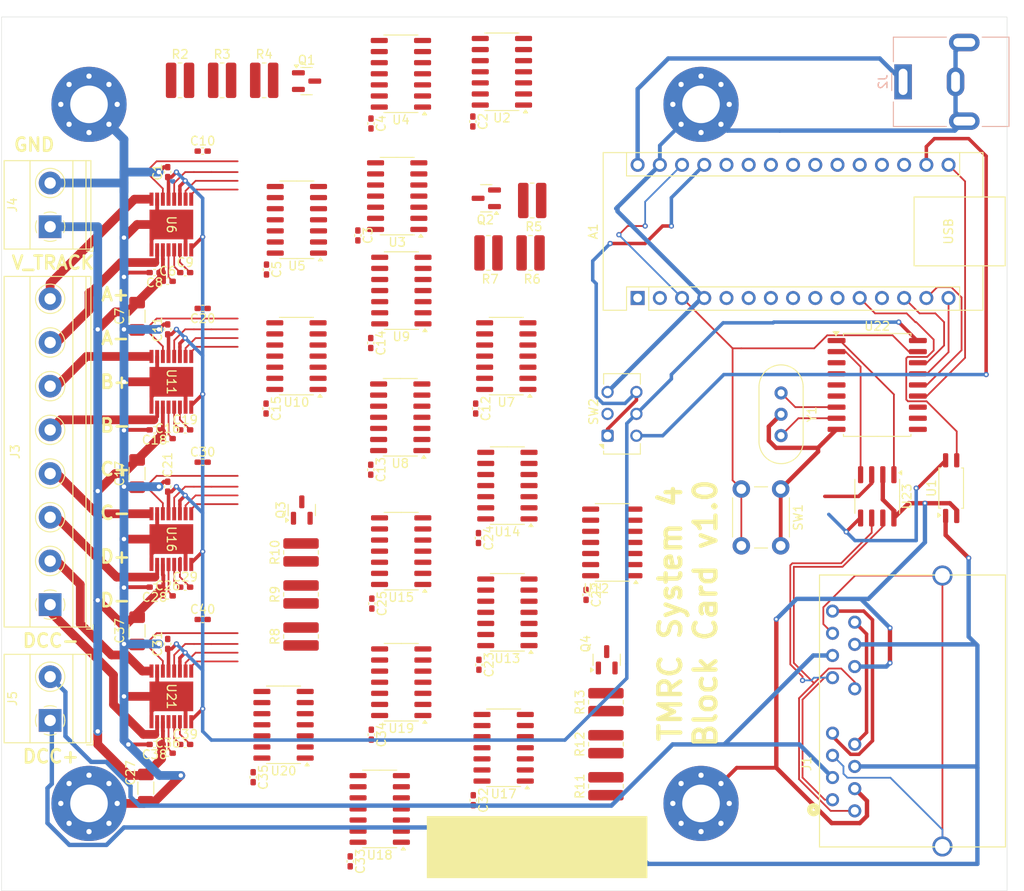
<source format=kicad_pcb>
(kicad_pcb (version 20240108) (generator "pcbnew") (generator_version "8.0")
  (layers (0 "F.Cu" signal) (31 "B.Cu" signal) (34 "B.Paste" user) (35 "F.Paste" user) (36 "B.SilkS" user "B.Silkscreen") (37 "F.SilkS" user "F.Silkscreen") (38 "B.Mask" user) (39 "F.Mask" user) (44 "Edge.Cuts" user))
  (net 0 "")
  (net 1 "/dir_D")
  (net 2 "/sense_A")
  (net 3 "/dcc_en_A")
  (net 4 "/pwm_C")
  (net 5 "GND")
  (net 6 "/dir_C")
  (net 7 "/pwm_D")
  (net 8 "+5V")
  (net 9 "/dcc_en_C")
  (net 10 "/dcc_en_D")
  (net 11 "/~{led}")
  (net 13 "/~{reset}")
  (net 14 "/copi")
  (net 15 "/cs")
  (net 16 "VIN")
  (net 17 "/sck")
  (net 18 "/dcc_en_B")
  (net 19 "/dir_B")
  (net 20 "/dir_A")
  (net 21 "/sense_D")
  (net 22 "/dcc_p")
  (net 23 "+3.3V")
  (net 24 "/sense_B")
  (net 25 "/cipo")
  (net 26 "/pwm_A")
  (net 27 "/pwm_B")
  (net 28 "/sense_C")
  (net 29 "IOREF")
  (net 30 "Net-(U6-VCP)")
  (net 31 "VTRACK")
  (net 32 "Net-(U6-CPH)")
  (net 33 "Net-(U6-CPL)")
  (net 34 "Net-(U11-VCP)")
  (net 35 "Net-(U11-CPL)")
  (net 36 "Net-(U11-CPH)")
  (net 37 "Net-(U16-VCP)")
  (net 38 "Net-(U16-CPL)")
  (net 39 "Net-(U16-CPH)")
  (net 40 "Net-(U21-VCP)")
  (net 41 "Net-(U21-CPH)")
  (net 42 "Net-(U21-CPL)")
  (net 43 "/pwr_p")
  (net 44 "/raw_dcc_n")
  (net 45 "/pwr_n")
  (net 46 "/raw_dcc_p")
  (net 47 "/can_h")
  (net 48 "/can_shield")
  (net 49 "/can_l")
  (net 50 "/out2_D")
  (net 51 "/out1_B")
  (net 52 "/out1_C")
  (net 53 "/out1_D")
  (net 54 "/out2_C")
  (net 55 "/out1_A")
  (net 56 "/out2_A")
  (net 57 "/out2_B")
  (net 58 "Net-(Q1-D)")
  (net 59 "3v3_IOREF")
  (net 60 "Net-(Q2-D)")
  (net 61 "Net-(Q3-D)")
  (net 62 "Net-(Q4-D)")
  (net 63 "Net-(U6-FAULT_N)")
  (net 64 "Net-(U11-FAULT_N)")
  (net 65 "Net-(U16-FAULT_N)")
  (net 66 "Net-(U21-FAULT_N)")
  (net 67 "Net-(U2-Pad8)")
  (net 68 "Net-(U2-Pad6)")
  (net 69 "Net-(U2-Pad12)")
  (net 70 "Net-(U3-Pad12)")
  (net 71 "Net-(U3-Pad6)")
  (net 72 "Net-(U3-Pad8)")
  (net 73 "Net-(U4-Pad8)")
  (net 74 "Net-(U4-Pad12)")
  (net 75 "Net-(U4-Pad6)")
  (net 76 "Net-(U6-EN_IN1)")
  (net 77 "Net-(U6-PH_IN2)")
  (net 82 "Net-(U7-Pad8)")
  (net 83 "Net-(U7-Pad6)")
  (net 84 "Net-(U7-Pad12)")
  (net 85 "Net-(U10-Pad1)")
  (net 86 "Net-(U10-Pad13)")
  (net 87 "Net-(U10-Pad2)")
  (net 88 "Net-(U10-Pad4)")
  (net 89 "Net-(U10-Pad5)")
  (net 90 "Net-(U10-Pad3)")
  (net 91 "Net-(U11-EN_IN1)")
  (net 92 "Net-(U11-PH_IN2)")
  (net 97 "Net-(U12-Pad12)")
  (net 98 "Net-(U12-Pad6)")
  (net 99 "Net-(U12-Pad8)")
  (net 100 "Net-(U13-Pad8)")
  (net 101 "Net-(U13-Pad6)")
  (net 102 "Net-(U13-Pad12)")
  (net 103 "Net-(U14-Pad6)")
  (net 104 "Net-(U14-Pad12)")
  (net 105 "Net-(U14-Pad8)")
  (net 109 "Net-(U16-EN_IN1)")
  (net 111 "Net-(U16-PH_IN2)")
  (net 112 "Net-(U17-Pad8)")
  (net 113 "Net-(U17-Pad12)")
  (net 114 "Net-(U17-Pad6)")
  (net 115 "Net-(U18-Pad6)")
  (net 116 "Net-(U18-Pad12)")
  (net 117 "Net-(U18-Pad8)")
  (net 118 "Net-(U19-Pad6)")
  (net 119 "Net-(U19-Pad8)")
  (net 120 "Net-(U19-Pad12)")
  (net 122 "Net-(U21-PH_IN2)")
  (net 125 "Net-(U21-EN_IN1)")
  (net 128 "Net-(U22-TXCAN)")
  (net 132 "Net-(U22-OSC2)")
  (net 134 "Net-(U22-RXCAN)")
  (net 136 "Net-(U22-OSC1)")
  (footprint "Capacitor_SMD:C_0402_1005Metric_Pad0.74x0.62mm_HandSolder" (layer "F.Cu") (at 43 88.95)
    (property "Reference" "C40")
    (property "Value" "C22n")
  )
  (footprint "Package_SO:SOIC-14_3.9x8.7mm_P1.27mm" (layer "F.Cu") (at 65.675 26.5 180)
    (property "Reference" "U4")
    (property "Value" "7410")
  )
  (footprint "TerminalBlock_Phoenix:TerminalBlock_Phoenix_MKDS-1,5-2_1x02_P5.00mm_Horizontal" (layer "F.Cu") (at 25.555 100.5 90)
    (property "Reference" "J5")
    (property "Value" "Screw_Terminal_01x02")
  )
  (footprint "Capacitor_SMD:C_0402_1005Metric_Pad0.74x0.62mm_HandSolder" (layer "F.Cu") (at 74.225 64.81 -90)
    (property "Reference" "C12")
    (property "Value" "C100n")
  )
  (footprint "Capacitor_SMD:C_0402_1005Metric_Pad0.74x0.62mm_HandSolder" (layer "F.Cu") (at 43 53.35 180)
    (property "Reference" "C20")
    (property "Value" "C22n")
  )
  (footprint "TerminalBlock_Phoenix:TerminalBlock_Phoenix_MKDS-1,5-2_1x02_P5.00mm_Horizontal" (layer "F.Cu") (at 25.555 44 90)
    (property "Reference" "J4")
    (property "Value" "Screw_Terminal_01x02")
  )
  (footprint "Capacitor_SMD:C_1206_3216Metric_Pad1.33x1.80mm_HandSolder" (layer "F.Cu") (at 36.5 108.25 -90)
    (property "Reference" "C27")
    (property "Value" "C10u")
  )
  (footprint "Module:Arduino_Nano" (layer "F.Cu") (at 92.75 52.16 90)
    (property "Reference" "A1")
    (property "Value" "Arduino_Nano_v3.x")
  )
  (footprint "Capacitor_SMD:C_0402_1005Metric_Pad0.74x0.62mm_HandSolder" (layer "F.Cu") (at 39 73.75 90)
    (property "Reference" "C21")
    (property "Value" "C100n")
  )
  (footprint "Package_SO:SOIC-14_3.9x8.7mm_P1.27mm" (layer "F.Cu") (at 65.25 40.5 180)
    (property "Reference" "U3")
    (property "Value" "7410")
  )
  (footprint "Package_SO:SOIC-14_3.9x8.7mm_P1.27mm" (layer "F.Cu") (at 77.725 58.81 180)
    (property "Reference" "U7")
    (property "Value" "7410")
  )
  (footprint "Resistor_SMD:R_0815_2038Metric_Pad1.20x4.05mm_HandSolder" (layer "F.Cu") (at 45.225 27.25)
    (property "Reference" "R3")
    (property "Value" "R1k43")
  )
  (footprint "Capacitor_SMD:C_1206_3216Metric_Pad1.33x1.80mm_HandSolder" (layer "F.Cu") (at 35.5 72.25 -90)
    (property "Reference" "C17")
    (property "Value" "C10u")
  )
  (footprint "Resistor_SMD:R_0815_2038Metric_Pad1.20x4.05mm_HandSolder" (layer "F.Cu") (at 80.69 41 180)
    (property "Reference" "R5")
    (property "Value" "R47k")
  )
  (footprint "Resistor_SMD:R_0815_2038Metric_Pad1.20x4.05mm_HandSolder" (layer "F.Cu") (at 54.25 90.895 90)
    (property "Reference" "R8")
    (property "Value" "R47k")
  )
  (footprint "Package_SO:SOIC-8_3.9x4.9mm_P1.27mm" (layer "F.Cu") (at 120.155 74.860263 -90)
    (property "Reference" "U23")
    (property "Value" "MCP2562-E-SN")
  )
  (footprint "Capacitor_SMD:C_0402_1005Metric_Pad0.74x0.62mm_HandSolder" (layer "F.Cu") (at 62.225 71.81 -90)
    (property "Reference" "C13")
    (property "Value" "C100n")
  )
  (footprint "DRV8874:PWP0016J_NV" (layer "F.Cu") (at 39.420002 97.75 -90)
    (property "Reference" "U21")
    (property "Value" "DRV8874PWPR")
  )
  (footprint "MountingHole:MountingHole_4.3mm_M4_Pad_Via" (layer "F.Cu") (at 100 110)
    (property "Reference" "H3" (hide yes))
    (property "Value" "MountingHole_Pad")
  )
  (footprint "Capacitor_SMD:C_0402_1005Metric_Pad0.74x0.62mm_HandSolder" (layer "F.Cu") (at 41 49.25)
    (property "Reference" "C9")
    (property "Value" "C22n")
  )
  (footprint "Capacitor_SMD:C_0402_1005Metric_Pad0.74x0.62mm_HandSolder" (layer "F.Cu") (at 62.25 32.19 -90)
    (property "Reference" "C4")
    (property "Value" "C100n")
  )
  (footprint "Package_SO:SOIC-18W_7.5x11.6mm_P1.27mm" (layer "F.Cu") (at 120.15 62.11)
    (property "Reference" "U22")
    (property "Value" "MCP2515-xSO")
  )
  (footprint "DRV8874:PWP0016J_NV" (layer "F.Cu") (at 39.420002 43.75 -90)
    (property "Reference" "U6")
    (property "Value" "DRV8874PWPR")
  )
  (footprint "Capacitor_SMD:C_0402_1005Metric_Pad0.74x0.62mm_HandSolder" (layer "F.Cu") (at 37.5 85.25 180)
    (property "Reference" "C28")
    (property "Value" "C100n")
  )
  (footprint "Package_SO:SOIC-14_3.9x8.7mm_P1.27mm" (layer "F.Cu") (at 65.725 51.31 180)
    (property "Reference" "U9")
    (property "Value" "7410")
  )
  (footprint "Resistor_SMD:R_0815_2038Metric_Pad1.20x4.05mm_HandSolder" (layer "F.Cu") (at 75.69 47 180)
    (property "Reference" "R7")
    (property "Value" "R732")
  )
  (footprint "Resistor_SMD:R_0815_2038Metric_Pad1.20x4.05mm_HandSolder" (layer "F.Cu") (at 40.415 27.25)
    (property "Reference" "R2")
    (property "Value" "R47k")
  )
  (footprint "Package_SO:SOIC-14_3.9x8.7mm_P1.27mm" (layer "F.Cu") (at 65.715 96.13 180)
    (property "Reference" "U19")
    (property "Value" "7410")
  )
  (footprint "Package_TO_SOT_SMD:SOT-23" (layer "F.Cu") (at 89.209899 93.5625 90)
    (property "Reference" "Q4")
    (property "Value" "AO3400A")
  )
  (footprint "Resistor_SMD:R_0815_2038Metric_Pad1.20x4.05mm_HandSolder" (layer "F.Cu") (at 54.25 81.275 90)
    (property "Reference" "R10")
    (property "Value" "R732")
  )
  (footprint "TerminalBlock_Phoenix:TerminalBlock_Phoenix_MKDS-1,5-8_1x08_P5.00mm_Horizontal" (layer "F.Cu") (at 25.555 87.25 90)
    (property "Reference" "J3")
    (property "Value" "Screw_Terminal_01x08")
  )
  (footprint "Capacitor_SMD:C_0402_1005Metric_Pad0.74x0.62mm_HandSolder" (layer "F.Cu") (at 43 70.95)
    (property "Reference" "C30")
    (property "Value" "C22n")
  )
  (footprint "Package_SO:SOIC-14_3.9x8.7mm_P1.27mm" (layer "F.Cu") (at 53.725 58.81 180)
    (property "Reference" "U10")
    (property "Value" "7410")
  )
  (footprint "Capacitor_SMD:C_0402_1005Metric_Pad0.74x0.62mm_HandSolder" (layer "F.Cu") (at 50.25 64.81 -90)
    (property "Reference" "C15")
    (property "Value" "C100n")
  )
  (footprint "Capacitor_SMD:C_0402_1005Metric_Pad0.74x0.62mm_HandSolder" (layer "F.Cu") (at 74.545 79.63 -90)
    (property "Reference" "C24")
    (property "Value" "C100n")
  )
  (footprint "Capacitor_SMD:C_0402_1005Metric_Pad0.74x0.62mm_HandSolder" (layer "F.Cu") (at 39 50.25)
    (property "Reference" "C6")
    (property "Value" "C100n")
  )
  (footprint "Resistor_SMD:R_0815_2038Metric_Pad1.20x4.05mm_HandSolder" (layer "F.Cu") (at 89.122399 108.0325 90)
    (property "Reference" "R11")
    (property "Value" "R47k")
  )
  (footprint "Resistor_SMD:R_0815_2038Metric_Pad1.20x4.05mm_HandSolder" (layer "F.Cu") (at 89.122399 98.4125 90)
    (property "Reference" "R13")
    (property "Value" "R732")
  )
  (footprint "Package_SO:SOIC-14_3.9x8.7mm_P1.27mm" (layer "F.Cu") (at 65.6 65.81 180)
    (property "Reference" "U8")
    (property "Value" "7410")
  )
  (footprint "Resistor_SMD:R_0815_2038Metric_Pad1.20x4.05mm_HandSolder" (layer "F.Cu") (at 50.035 27.25)
    (property "Reference" "R4")
    (property "Value" "R732")
  )
  (footprint "Resistor_SMD:R_0815_2038Metric_Pad1.20x4.05mm_HandSolder" (layer "F.Cu") (at 80.5 47 180)
    (property "Reference" "R6")
    (property "Value" "R1k43")
  )
  (footprint "Package_SO:SOIC-14_3.9x8.7mm_P1.27mm" (layer "F.Cu") (at 77.85 73.63 180)
    (property "Reference" "U14")
    (property "Value" "7410")
  )
  (footprint "Capacitor_SMD:C_1206_3216Metric_Pad1.33x1.80mm_HandSolder" (layer "F.Cu") (at 35.5 90.25 -90)
    (property "Reference" "C37")
    (property "Value" "C10u")
  )
  (footprint "A00_216_262_450:EDAC_A00-216-262-450" (layer "F.Cu") (at 124.185 99.42 90)
    (property "Reference" "J1")
    (property "Value" "A00-216-262-450")
  )
  (footprint "Package_SO:SOIC-14_3.9x8.7mm_P1.27mm" (layer "F.Cu") (at 65.705 81.13 180)
    (property "Reference" "U15")
    (property "Value" "7410")
  )
  (footprint "Package_SO:SOP-4_4.4x2.6mm_P1.27mm" (layer "F.Cu") (at 128.61 73.92 90)
    (property "Reference" "U1")
    (property "Value" "ACPL-214-500E")
  )
  (footprint "Capacitor_SMD:C_1206_3216Metric_Pad1.33x1.80mm_HandSolder" (layer "F.Cu") (at 35.5 54.25 -90)
    (property "Reference" "C7")
    (property "Value" "C10u")
  )
  (footprint "Capacitor_SMD:C_0402_1005Metric_Pad0.74x0.62mm_HandSolder" (layer "F.Cu") (at 41 85.25)
    (property "Reference" "C29")
    (property "Value" "C22n")
  )
  (footprint "Capacitor_SMD:C_0402_1005Metric_Pad0.74x0.62mm_HandSolder" (layer "F.Cu") (at 39 104.25)
    (property "Reference" "C36")
    (property "Value" "C100n")
  )
  (footprint "Capacitor_SMD:C_0402_1005Metric_Pad0.74x0.62mm_HandSolder" (layer "F.Cu") (at 73.9 31.96 -90)
    (property "Reference" "C2")
    (property "Value" "C100n")
  )
  (footprint "Capacitor_SMD:C_0402_1005Metric_Pad0.74x0.62mm_HandSolder" (layer "F.Cu") (at 39 91.75 90)
    (property "Reference" "C31")
    (property "Value" "C100n")
  )
  (footprint "Button_Switch_THT:SW_CK_JS202011CQN_DPDT_Straight" (layer "F.Cu") (at 89.31 67.92 90)
    (property "Reference" "SW2")
    (property "Value" "SW_Slide_DPDT")
  )
  (footprint "Capacitor_SMD:C_0402_1005Metric_Pad0.74x0.62mm_HandSolder" (layer "F.Cu") (at 39 55.75 90)
    (property "Reference" "C11")
    (property "Value" "C100n")
  )
  (footprint "Capacitor_SMD:C_0402_1005Metric_Pad0.74x0.62mm_HandSolder" (layer "F.Cu") (at 39 37.75 90)
    (property "Reference" "C1")
    (property "Value" "C100n")
  )
  (footprint "Package_TO_SOT_SMD:SOT-23" (layer "F.Cu") (at 75.44 40.75 180)
    (property "Reference" "Q2")
    (property "Value" "AO3400A")
  )
  (footprint "Capacitor_SMD:C_0402_1005Metric_Pad0.74x0.62mm_HandSolder" (layer "F.Cu") (at 74.595 94.13 -90)
    (property "Reference" "C23")
    (property "Value" "C100n")
  )
  (footprint "Package_SO:SOIC-14_3.9x8.7mm_P1.27mm" (layer "F.Cu") (at 89.85 80.13 180)
    (property "Reference" "U12")
    (property "Value" "7410")
  )
  (footprint "Capacitor_SMD:C_0402_1005Metric_Pad0.74x0.62mm_HandSolder" (layer "F.Cu") (at 41 103.25)
    (property "Reference" "C39")
    (property "Value" "C22n")
  )
  (footprint "DRV8874:PWP0016J_NV" (layer "F.Cu") (at 39.420002 79.75 -90)
    (property "Reference" "U16")
    (property "Value" "DRV8874PWPR")
  )
  (footprint "Capacitor_SMD:C_0402_1005Metric_Pad0.74x0.62mm_HandSolder" (layer "F.Cu") (at 50.3 48.9 -90)
    (property "Reference" "C5")
    (property "Value" "C100n")
  )
  (footprint "Package_SO:SOIC-14_3.9x8.7mm_P1.27mm" (layer "F.Cu") (at 77.85 88.13 180)
    (property "Reference" "U13")
    (property "Value" "7410")
  )
  (footprint "Package_SO:SOIC-14_3.9x8.7mm_P1.27mm" (layer "F.Cu") (at 63.25 110.63 180)
    (property "Reference" "U18")
    (property "Value" "7410")
  )
  (footprint "MountingHole:MountingHole_4.3mm_M4_Pad_Via" (layer "F.Cu") (at 30 110)
    (property "Reference" "H2" (hide yes))
    (property "Value" "MountingHole_Pad")
  )
  (footprint "Button_Switch_THT:SW_PUSH_6mm_H4.3mm" (layer "F.Cu") (at 109.11 74.02 -90)
    (property "Reference" "SW1")
    (property "Value" "SW_Push")
  )
  (footprint "Capacitor_SMD:C_0402_1005Metric_Pad0.74x0.62mm_HandSolder" (layer "F.Cu") (at 62.29 102.13 -90)
    (property "Reference" "C34")
    (property "Value" "C100n")
  )
  (footprint "Capacitor_SMD:C_0402_1005Metric_Pad0.74x0.62mm_HandSolder" (layer "F.Cu") (at 39 86.25)
    (property "Reference" "C26")
    (property "Value" "C100n")
  )
  (footprint "Capacitor_SMD:C_0402_1005Metric_Pad0.74x0.62mm_HandSolder" (layer "F.Cu") (at 59.875 116.63 -90)
    (property "Reference" "C33")
    (property "Value" "C100n")
  )
  (footprint "Capacitor_SMD:C_0402_1005Metric_Pad0.74x0.62mm_HandSolder" (layer "F.Cu") (at 86.85 86.13 -90)
    (property "Reference" "C22")
    (property "Value" "C100n")
  )
  (footprint "Package_SO:SOIC-14_3.9x8.7mm_P1.27mm" (layer "F.Cu") (at 52.25 101 180)
    (property "Reference" "U20")
    (property "Value" "7410")
  )
  (footprint "Resistor_SMD:R_0815_2038Metric_Pad1.20x4.05mm_HandSolder" (layer "F.Cu") (at 54.25 86.085 90)
    (property "Reference" "R9")
    (property "Value" "R1k43")
  )
  (footprint "Capacitor_SMD:C_0402_1005Metric_Pad0.74x0.62mm_HandSolder" (layer "F.Cu") (at 37.5 67.25 180)
    (property "Reference" "C18")
    (property "Value" "C100n")
  )
  (footprint "Capacitor_SMD:C_0402_1005Metric_Pad0.74x0.62mm_HandSolder" (layer "F.Cu") (at 60.75 45 -90)
    (property "Reference" "C3")
    (property "Value" "C100n")
  )
  (footprint "Capacitor_SMD:C_0402_1005Metric_Pad0.74x0.62mm_HandSolder" (layer "F.Cu") (at 62.35 87.13 -90)
    (property "Reference" "C25")
    (property "Value" "C100n")
  )
  (footprint "Package_SO:SOIC-14_3.9x8.7mm_P1.27mm" (layer "F.Cu") (at 77.425 103.63 180)
    (property "Reference" "U17")
    (property "Value" "7410")
  )
  (footprint "Capacitor_SMD:C_0402_1005Metric_Pad0.74x0.62mm_HandSolder" (layer "F.Cu") (at 37.5 103.25 180)
    (property "Reference" "C38")
    (property "Value" "C100n")
  )
  (footprint "Capacitor_SMD:C_0402_1005Metric_Pad0.74x0.62mm_HandSolder" (layer "F.Cu") (at 37.5 49.25 180)
    (property "Reference" "C8")
    (property "Value" "C100n")
  )
  (footprint "Package_TO_SOT_SMD:SOT-23" (layer "F.Cu") (at 54.3375 76.425 90)
    (property "Reference" "Q3")
    (property "Value" "AO3400A")
  )
  (footprint "MountingHole:MountingHole_4.3mm_M4_Pad_Via" (layer "F.Cu") (at 100 30)
    (property "Reference" "H4" (hide yes))
    (property "Value" "MountingHole_Pad")
  )
  (footprint "Package_TO_SOT_SMD:SOT-23" (layer "F.Cu") (at 54.885 27.3375)
    (property "Reference" "Q1")
    (property "Value" "AO3400A")
  )
  (footprint "Resistor_SMD:R_0815_2038Metric_Pad1.20x4.05mm_HandSolder" (layer "F.Cu") (at 89.122399 103.2225 90)
    (property "Reference" "R12")
    (property "Value" "R1k43")
  )
  (footprint "Package_SO:SOIC-14_3.9x8.7mm_P1.27mm" (layer "F.Cu") (at 77.225 26.27 180)
    (property "Reference" "U2")
    (property "Value" "7410")
  )
  (footprint "Capacitor_SMD:C_0402_1005Metric_Pad0.74x0.62mm_HandSolder" (layer "F.Cu") (at 48.775 107 -90)
    (property "Reference" "C35")
    (property "Value" "C100n")
  )
  (footprint "Capacitor_SMD:C_0402_1005Metric_Pad0.74x0.62mm_HandSolder" (layer "F.Cu") (at 73.95 109.63 -90)
    (property "Reference" "C32")
    (property "Value" "C100n")
  )
  (footprint "Capacitor_SMD:C_0402_1005Metric_Pad0.74x0.62mm_HandSolder" (layer "F.Cu") (at 62.225 57.31 -90)
    (property "Reference" "C14")
    (property "Value" "C100n")
  )
  (footprint "MountingHole:MountingHole_4.3mm_M4_Pad_Via" (layer "F.Cu") (at 30 30)
    (property "Reference" "H1" (hide yes))
    (property "Value" "MountingHole_Pad")
  )
  (footprint "Capacitor_SMD:C_0402_1005Metric_Pad0.74x0.62mm_HandSolder" (layer "F.Cu") (at 43 35.35)
    (property "Reference" "C10")
    (property "Value" "C22n")
  )
  (footprint "DRV8874:PWP0016J_NV" (layer "F.Cu") (at 39.420002 61.75 -90)
    (property "Reference" "U11")
    (property "Value" "DRV8874PWPR")
  )
  (footprint "Capacitor_SMD:C_0402_1005Metric_Pad0.74x0.62mm_HandSolder" (layer "F.Cu") (at 41 67.25)
    (property "Reference" "C19")
    (property "Value" "C22n")
  )
  (footprint "Capacitor_SMD:C_0402_1005Metric_Pad0.74x0.62mm_HandSolder" (layer "F.Cu") (at 39 68.25)
    (property "Reference" "C16")
    (property "Value" "C100n")
  )
  (footprint "Package_SO:SOIC-14_3.9x8.7mm_P1.27mm" (layer "F.Cu") (at 53.775 43.21 180)
    (property "Reference" "U5")
    (property "Value" "7410")
  )
  (footprint "Crystal:Crystal_HC49-U-3Pin_Vertical" (layer "F.Cu") (at 109.155 63.025 -90)
    (property "Reference" "Y1")
    (property "Value" "16.0 MHz,  22pF")
  )
  (footprint "Connector_BarrelJack:BarrelJack_CUI_PJ-063AH_Horizontal" (layer "B.Cu") (at 123.11 27.42 -90)
    (property "Reference" "J2")
    (property "Value" "Barrel_Jack_MountingPin")
  )
  (gr_rect (start 68.6875 111.5) (end 93.8125 118.5) (stroke (width 0.1)) (fill solid) (layer "F.SilkS"))
  (gr_rect (start 20 20) (end 135 120) (stroke (width 0.05)) (fill none) (layer "Edge.Cuts"))
  (gr_text "D+" (at 33 81.75 0) (layer "F.SilkS") (effects (font (size 1.5 1.5) (thickness 0.3) (bold yes))))
  (gr_text "D-" (at 33 86.75 0) (layer "F.SilkS") (effects (font (size 1.5 1.5) (thickness 0.3) (bold yes))))
  (gr_text "DCC-" (at 22.25 92.25 0) (layer "F.SilkS") (effects (font (size 1.5 1.5) (thickness 0.3) (bold yes)) (justify left bottom)))
  (gr_text "V_TRACK" (at 21 49 0) (layer "F.SilkS") (effects (font (size 1.5 1.5) (thickness 0.3) (bold yes)) (justify left bottom)))
  (gr_text "B+" (at 33 61.75 0) (layer "F.SilkS") (effects (font (size 1.5 1.5) (thickness 0.3) (bold yes))))
  (gr_text "A-" (at 33 56.75 0) (layer "F.SilkS") (effects (font (size 1.5 1.5) (thickness 0.3) (bold yes))))
  (gr_text "DCC+" (at 22.25 105.5 0) (layer "F.SilkS") (effects (font (size 1.5 1.5) (thickness 0.3) (bold yes)) (justify left bottom)))
  (gr_text "GND" (at 21.25 35.5 0) (layer "F.SilkS") (effects (font (size 1.5 1.5) (thickness 0.3) (bold yes)) (justify left bottom)))
  (gr_text "A+" (at 33 51.75 0) (layer "F.SilkS") (effects (font (size 1.5 1.5) (thickness 0.3) (bold yes))))
  (gr_text "C+" (at 33 71.75 0) (layer "F.SilkS") (effects (font (size 1.5 1.5) (thickness 0.3) (bold yes))))
  (gr_text "C-" (at 33 76.75 0) (layer "F.SilkS") (effects (font (size 1.5 1.5) (thickness 0.3) (bold yes))))
  (gr_text "B-" (at 33 66.75 0) (layer "F.SilkS") (effects (font (size 1.5 1.5) (thickness 0.3) (bold yes))))
  (gr_text "TMRC System 4\nBlock Card v1.0" (at 98.5 88.25 90) (layer "F.SilkS") (effects (font (size 2.5 2.5) (thickness 0.5) (bold yes))))
  (segment (start 37 37.25) (end 37.735 36.515) (width 0.2) (layer "F.Cu") (net 2))
  (segment (start 37 38.192373) (end 37 37.25) (width 0.2) (layer "F.Cu") (net 2))
  (segment (start 37.735 36.515) (end 47 36.515) (width 0.2) (layer "F.Cu") (net 2))
  (segment (start 38.445 39.637373) (end 37 38.192373) (width 0.2) (layer "F.Cu") (net 2))
  (segment (start 38.445 40.850001) (end 38.445 39.637373) (width 0.2) (layer "F.Cu") (net 2))
  (segment (start 108.61 105.92) (end 108.61 88.92) (width 0.5) (layer "F.Cu") (net 5))
  (segment (start 129.245 77.1075) (end 129.245 76.429472) (width 0.5) (layer "F.Cu") (net 5))
  (segment (start 38.854999 97.75) (end 39.420002 97.75) (width 0.44) (layer "F.Cu") (net 5))
  (segment (start 41.045 81.374998) (end 39.420002 79.75) (width 0.44) (layer "F.Cu") (net 5))
  (segment (start 117.58 108.31) (end 118.98 109.71) (width 0.5) (layer "F.Cu") (net 5))
  (segment (start 37.795001 40.850001) (end 37.795001 42.124999) (width 0.44) (layer "F.Cu") (net 5))
  (segment (start 37.145 81.459999) (end 38.854999 79.75) (width 0.44) (layer "F.Cu") (net 5))
  (segment (start 41.045 45.374998) (end 39.420002 43.75) (width 0.44) (layer "F.Cu") (net 5))
  (segment (start 41.045 63.374998) (end 39.420002 61.75) (width 0.44) (layer "F.Cu") (net 5))
  (segment (start 113.94 68.75) (end 113.385 69.305) (width 0.5) (layer "F.Cu") (net 5))
  (segment (start 36.9325 103.25) (end 34.5 103.25) (width 0.44) (layer "F.Cu") (net 5))
  (segment (start 37.145 82.649999) (end 37.145 81.459999) (width 0.44) (layer "F.Cu") (net 5))
  (segment (start 37.145 46.649999) (end 37.145 45.459999) (width 0.44) (layer "F.Cu") (net 5))
  (segment (start 37.145 100.649999) (end 37.145 99.459999) (width 0.44) (layer "F.Cu") (net 5))
  (segment (start 37.4875 109.8125) (end 36.5 109.8125) (width 1) (layer "F.Cu") (net 5))
  (segment (start 113.385 69.305) (end 108.575101 69.305) (width 0.5) (layer "F.Cu") (net 5))
  (segment (start 34 55.75) (end 35.4375 55.75) (width 1) (layer "F.Cu") (net 5))
  (segment (start 34.5 49.25) (end 34 49.75) (width 0.44) (layer "F.Cu") (net 5))
  (segment (start 36.3125 110) (end 30 110) (width 1) (layer "F.Cu") (net 5))
  (segment (start 37.795001 94.850001) (end 37.795001 96.124999) (width 0.44) (layer "F.Cu") (net 5))
  (segment (start 37.795001 60.124999) (end 39.420002 61.75) (width 0.44) (layer "F.Cu") (net 5))
  (segment (start 35.4375 73.75) (end 35.5 73.8125) (width 1) (layer "F.Cu") (net 5))
  (segment (start 115.5 67.19) (end 113.94 68.75) (width 0.5) (layer "F.Cu") (net 5))
  (segment (start 37.145 64.649999) (end 37.145 63.459999) (width 0.44) (layer "F.Cu") (net 5))
  (segment (start 38.854999 61.75) (end 39.420002 61.75) (width 0.44) (layer "F.Cu") (net 5))
  (segment (start 118.98 109.71) (end 118.98 111.429899) (width 0.5) (layer "F.Cu") (net 5))
  (segment (start 34 91.75) (end 34.0625 91.8125) (width 1) (layer "F.Cu") (net 5))
  (segment (start 38.854999 79.75) (end 39.420002 79.75) (width 0.44) (layer "F.Cu") (net 5))
  (segment (start 38 55.75) (end 38.5675 55.1825) (width 0.44) (layer "F.Cu") (net 5))
  (segment (start 40.5 106.8) (end 37.4875 109.8125) (width 1) (layer "F.Cu") (net 5))
  (segment (start 108.575101 69.305) (end 107.755 68.484899) (width 0.5) (layer "F.Cu") (net 5))
  (segment (start 38.5675 37.1825) (end 38 37.75) (width 0.44) (layer "F.Cu") (net 5))
  (segment (start 125.61 75.645) (end 123.750263 75.645) (width 0.5) (layer "F.Cu") (net 5))
  (segment (start 37.795001 58.850001) (end 37.795001 60.124999) (width 0.44) (layer "F.Cu") (net 5))
  (segment (start 35.5 43.75) (end 39.420002 43.75) (width 1) (layer "F.Cu") (net 5))
  (segment (start 37.795001 76.850001) (end 37.795001 78.124999) (width 0.44) (layer "F.Cu") (net 5))
  (segment (start 37.145 63.459999) (end 38.854999 61.75) (width 0.44) (layer "F.Cu") (net 5))
  (segment (start 35.4375 55.75) (end 35.5 55.8125) (width 1) (layer "F.Cu") (net 5))
  (segment (start 34.0625 91.8125) (end 35.5 91.8125) (width 1) (layer "F.Cu") (net 5))
  (segment (start 114.94 112.25) (end 108.61 105.92) (width 0.5) (layer "F.Cu") (net 5))
  (segment (start 128.460528 75.645) (end 125.61 75.645) (width 0.5) (layer "F.Cu") (net 5))
  (segment (start 39 73.1825) (end 38.5675 73.1825) (width 0.44) (layer "F.Cu") (net 5))
  (segment (start 34.049999 85.25) (end 34 85.299999) (width 0.44) (layer "F.Cu") (net 5))
  (segment (start 34 61.75) (end 39.420002 61.75) (width 1) (layer "F.Cu") (net 5))
  (segment (start 121.61 93.92) (end 121.61 89.92) (width 0.5) (layer "F.Cu") (net 5))
  (segment (start 41.045 99.374998) (end 39.420002 97.75) (width 0.44) (layer "F.Cu") (net 5))
  (segment (start 34 79.75) (end 39.420002 79.75) (width 1) (layer "F.Cu") (net 5))
  (segment (start 38.5675 55.1825) (end 39 55.1825) (width 0.44) (layer "F.Cu") (net 5))
  (segment (start 123.750263 75.645) (end 122.06 77.335263) (width 0.5) (layer "F.Cu") (net 5))
  (segment (start 41.045 64.649999) (end 41.045 63.374998) (width 0.44) (layer "F.Cu") (net 5))
  (segment (start 122.06 76.494735) (end 122.06 77.335263) (width 0.5) (layer "F.Cu") (net 5))
  (segment (start 109.11 74.02) (end 109.11 80.52) (width 0.44) (layer "F.Cu") (net 5))
  (segment (start 37.145 99.459999) (end 38.854999 97.75) (width 0.44) (layer "F.Cu") (net 5))
  (segment (start 37.145 45.459999) (end 38.854999 43.75) (width 0.44) (layer "F.Cu") (net 5))
  (segment (start 36.9325 85.25) (end 34.049999 85.25) (width 0.44) (layer "F.Cu") (net 5))
  (segment (start 129.245 76.429472) (end 128.460528 75.645) (width 0.5) (layer "F.Cu") (net 5))
  (segment (start 100 110) (end 104.08 105.92) (width 0.44) (layer "F.Cu") (net 5))
  (segment (start 39 37.1825) (end 38.5675 37.1825) (width 0.44) (layer "F.Cu") (net 5))
  (segment (start 38.5675 73.1825) (end 38 73.75) (width 0.44) (layer "F.Cu") (net 5))
  (segment (start 34 45.25) (end 35.5 43.75) (width 1) (layer "F.Cu") (net 5))
  (segment (start 34 73.75) (end 35.4375 73.75) (width 1) (layer "F.Cu") (net 5))
  (segment (start 107.755 68.484899) (end 107.755 66.865) (width 0.5) (layer "F.Cu") (net 5))
  (segment (start 113.385 69.305) (end 113.385 69.745) (width 0.5) (layer "F.Cu") (net 5))
  (segment (start 34.049999 67.25) (end 36.9325 67.25) (width 0.44) (layer "F.Cu") (net 5))
  (segment (start 107.755 66.865) (end 109.155 65.465) (width 0.5) (layer "F.Cu") (net 5))
  (segment (start 120.79 72.385263) (end 120.79 75.224735) (width 0.5) (layer "F.Cu") (net 5))
  (segment (start 41.045 46.649999) (end 41.045 45.374998) (width 0.44) (layer "F.Cu") (net 5))
  (segment (start 34 67.299999) (end 34.049999 67.25) (width 0.44) (layer "F.Cu") (net 5))
  (segment (start 38.854999 43.75) (end 39.420002 43.75) (width 0.44) (layer "F.Cu") (net 5))
  (segment (start 118.159899 112.25) (end 114.94 112.25) (width 0.5) (layer "F.Cu") (net 5))
  (segment (start 118.98 111.429899) (end 118.159899 112.25) (width 0.5) (layer "F.Cu") (net 5))
  (segment (start 37.795001 78.124999) (end 39.420002 79.75) (width 0.44) (layer "F.Cu") (net 5))
  (segment (start 41.045 82.649999) (end 41.045 81.374998) (width 0.44) (layer "F.Cu") (net 5))
  (segment (start 37.795001 96.124999) (end 39.420002 97.75) (width 0.44) (layer "F.Cu") (net 5))
  (segment (start 113.385 69.745) (end 109.11 74.02) (width 0.5) (layer "F.Cu") (net 5))
  (segment (start 37.795001 42.124999) (end 39.420002 43.75) (width 0.44) (layer "F.Cu") (net 5))
  (segment (start 34 97.75) (end 39.420002 97.75) (width 1) (layer "F.Cu") (net 5))
  (segment (start 104.08 105.92) (end 108.61 105.92) (width 0.44) (layer "F.Cu") (net 5))
  (segment (start 41.045 100.649999) (end 41.045 99.374998) (width 0.44) (layer "F.Cu") (net 5))
  (segment (start 36.5 109.8125) (end 36.3125 110) (width 1) (layer "F.Cu") (net 5))
  (segment (start 36.9325 49.25) (end 34.5 49.25) (width 0.44) (layer "F.Cu") (net 5))
  (segment (start 120.79 75.224735) (end 122.06 76.494735) (width 0.5) (layer "F.Cu") (net 5))
  (via (at 34 91.75) (size 1) (drill 0.5) (layers "F.Cu" "B.Cu") (net 5))
  (via (at 34.5 103.25) (size 1) (drill 0.5) (layers "F.Cu" "B.Cu") (net 5))
  (via (at 34 79.75) (size 1) (drill 0.5) (layers "F.Cu" "B.Cu") (net 5))
  (via (at 34 61.75) (size 1) (drill 0.5) (layers "F.Cu" "B.Cu") (net 5))
  (via (at 38 55.75) (size 1) (drill 0.5) (layers "F.Cu" "B.Cu") (net 5))
  (via (at 121.61 89.92) (size 0.6) (drill 0.3) (layers "F.Cu" "B.Cu") (net 5))
  (via (at 125.61 75.645) (size 0.6) (drill 0.3) (layers "F.Cu" "B.Cu") (net 5))
  (via (at 34 67.299999) (size 1) (drill 0.5) (layers "F.Cu" "B.Cu") (net 5))
  (via (at 34 45.25) (size 1) (drill 0.5) (layers "F.Cu" "B.Cu") (net 5))
  (via (at 34 55.75) (size 1) (drill 0.5) (layers "F.Cu" "B.Cu") (net 5))
  (via (at 34 49.75) (size 1) (drill 0.5) (layers "F.Cu" "B.Cu") (net 5))
  (via (at 38 73.75) (size 1) (drill 0.5) (layers "F.Cu" "B.Cu") (net 5))
  (via (at 34 85.299999) (size 1) (drill 0.5) (layers "F.Cu" "B.Cu") (net 5))
  (via (at 108.61 88.92) (size 0.6) (drill 0.3) (layers "F.Cu" "B.Cu") (net 5))
  (via (at 34 73.75) (size 1) (drill 0.5) (layers "F.Cu" "B.Cu") (net 5))
  (via (at 38 91.75) (size 1) (drill 0.5) (layers "F.Cu" "B.Cu") (net 5))
  (via (at 34 97.75) (size 1) (drill 0.5) (layers "F.Cu" "B.Cu") (net 5))
  (via (at 121.61 93.92) (size 0.6) (drill 0.3) (layers "F.Cu" "B.Cu") (net 5))
  (via (at 40.5 106.8) (size 1) (drill 0.5) (layers "F.Cu" "B.Cu") (net 5))
  (via (at 38 37.75) (size 1) (drill 0.5) (layers "F.Cu" "B.Cu") (net 5))
  (segment (start 38.05 106.8) (end 40.5 106.8) (width 1) (layer "B.Cu") (net 5))
  (segment (start 34 61.75) (end 34 67.299999) (width 1) (layer "B.Cu") (net 5))
  (segment (start 34 73.75) (end 38 73.75) (width 1) (layer "B.Cu") (net 5))
  (segment (start 118.28 86.59) (end 110.94 86.59) (width 0.5) (layer "B.Cu") (net 5))
  (segment (start 129.11 27.42) (end 129.11 30.92) (width 0.5) (layer "B.Cu") (net 5))
  (segment (start 90.29 41.92) (end 90.45 41.76) (width 0.5) (layer "B.Cu") (net 5))
  (segment (start 34 45.25) (end 34 49.75) (width 1) (layer "B.Cu") (net 5))
  (segment (start 109 33) (end 103 33) (width 0.5) (layer "B.Cu") (net 5))
  (segment (start 130.11 31.92) (end 129.03 33) (width 0.5) (layer "B.Cu") (net 5))
  (segment (start 34 91.75) (end 34 97.75) (width 1) (layer "B.Cu") (net 5))
  (segment (start 34 45.25) (end 34 37.75) (width 1) (layer "B.Cu") (net 5))
  (segment (start 34 73.75) (end 34 79.75) (width 1) (layer "B.Cu") (net 5))
  (segment (start 100.37 52.16) (end 90.45 42.24) (width 0.5) (layer "B.Cu") (net 5))
  (segment (start 34 37.75) (end 38 37.75) (width 1) (layer "B.Cu") (net 5))
  (segment (start 90.45 42.24) (end 90.45 41.76) (width 0.5) (layer "B.Cu") (net 5))
  (segment (start 25.555 39) (end 34 39) (width 1) (layer "B.Cu") (net 5))
  (segment (start 129.03 33) (end 109 33) (width 0.5) (layer "B.Cu") (net 5))
  (segment (start 34 67.299999) (end 34 73.75) (width 1) (layer "B.Cu") (net 5))
  (segment (start 34 37.75) (end 34 34) (width 1) (layer "B.Cu") (net 5))
  (segment (start 34 55.75) (end 35 55.75) (width 1) (layer "B.Cu") (net 5))
  (segment (start 34.5 103.25) (end 38.05 106.8) (width 1) (layer "B.Cu") (net 5))
  (segment (start 129.11 30.92) (end 130.11 31.92) (width 0.5) (layer "B.Cu") (net 5))
  (segment (start 34 85.299999) (end 34 91.75) (width 1) (layer "B.Cu") (net 5))
  (segment (start 90.45 41.76) (end 95.29 36.92) (width 0.5) (layer "B.Cu") (net 5))
  (segment (start 35 55.75) (end 38 55.75) (width 1) (layer "B.Cu") (net 5))
  (segment (start 34 34) (end 30 30) (width 1) (layer "B.Cu") (net 5))
  (segment (start 34 40) (end 34 37.75) (width 1) (layer "B.Cu") (net 5))
  (segment (start 117.58 94.34) (end 121.19 94.34) (width 0.5) (layer "B.Cu") (net 5))
  (segment (start 34 79.75) (end 34 85.299999) (width 1) (layer "B.Cu") (net 5))
  (segment (start 119.142082 86.59) (end 125.61 80.122082) (width 0.5) (layer "B.Cu") (net 5))
  (segment (start 129.11 23.92) (end 130.11 22.92) (width 0.5) (layer "B.Cu") (net 5))
  (segment (start 34 49.75) (end 34 55.75) (width 1) (layer "B.Cu") (net 5))
  (segment (start 101.5 33.25) (end 98.96 33.25) (width 0.5) (layer "B.Cu") (net 5))
  (segment (start 89.31 62.92) (end 100.07 52.16) (width 0.5) (layer "B.Cu") (net 5))
  (segment (start 118.28 86.59) (end 119.142082 86.59) (width 0.5) (layer "B.Cu") (net 5))
  (segment (start 101.75 33.25) (end 101.5 33.25) (width 0.5) (layer "B.Cu") (net 5))
  (segment (start 34 91.75) (end 38 91.75) (width 1) (layer "B.Cu") (net 5))
  (segment (start 129.11 27.42) (end 129.11 23.92) (width 0.5) (layer "B.Cu") (net 5))
  (segment (start 34.5 103.25) (end 34 102.75) (width 1) (layer "B.Cu") (net 5))
  (segment (start 95.29 36.92) (end 95.29 34.71) (width 0.44) (layer "B.Cu") (net 5))
  (segment (start 34 55.75) (end 34 61.75) (width 1) (layer "B.Cu") (net 5))
  (segment (start 121.61 89.92) (end 118.28 86.59) (width 0.5) (layer "B.Cu") (net 5))
  (segment (start 110.94 86.59) (end 108.61 88.92) (width 0.5) (layer "B.Cu") (net 5))
  (segment (start 95.29 34.71) (end 100 30) (width 0.44) (layer "B.Cu") (net 5))
  (segment (start 125.61 80.122082) (end 125.61 75.645) (width 0.5) (layer "B.Cu") (net 5))
  (segment (start 103 33) (end 100 30) (width 0.5) (layer "B.Cu") (net 5))
  (segment (start 121.19 94.34) (end 121.61 93.92) (width 0.5) (layer "B.Cu") (net 5))
  (segment (start 34 102.75) (end 34 97.75) (width 1) (layer "B.Cu") (net 5))
  (segment (start 100.07 52.16) (end 100.37 52.16) (width 0.5) (layer "B.Cu") (net 5))
  (segment (start 119.52 72.385263) (end 119.52 73.360262) (width 0.4) (layer "F.Cu") (net 8))
  (segment (start 93.61 45.92) (end 95.61 43.92) (width 0.4) (layer "F.Cu") (net 8))
  (segment (start 89.31 67.164365) (end 92.61 63.864365) (width 0.4) (layer "F.Cu") (net 8))
  (segment (start 119.52 73.360262) (end 118.019999 74.860263) (width 0.4) (layer "F.Cu") (net 8))
  (segment (start 89.31 67.92) (end 89.31 67.164365) (width 0.4) (layer "F.Cu") (net 8))
  (segment (start 92.61 63.864365) (end 92.61 62.92) (width 0.4) (layer "F.Cu") (net 8))
  (segment (start 95.61 43.92) (end 96.61 43.92) (width 0.4) (layer "F.Cu") (net 8))
  (segment (start 118.019999 74.860263) (end 114.155 74.860263) (width 0.4) (layer "F.Cu") (net 8))
  (segment (start 89.61 45.92) (end 93.61 45.92) (width 0.4) (layer "F.Cu") (net 8))
  (via (at 89.61 45.92) (size 0.6) (drill 0.3) (layers "F.Cu" "B.Cu") (net 8))
  (via (at 96.61 43.92) (size 0.6) (drill 0.3) (layers "F.Cu" "B.Cu") (net 8))
  (segment (start 87.61 47.92) (end 87.61 50.12) (width 0.4) (layer "B.Cu") (net 8))
  (segment (start 88.01 50.52) (end 88.01 63.458478) (width 0.4) (layer "B.Cu") (net 8))
  (segment (start 88.771522 64.22) (end 91.31 64.22) (width 0.4) (layer "B.Cu") (net 8))
  (segment (start 96.61 40.68) (end 100.37 36.92) (width 0.4) (layer "B.Cu") (net 8))
  (segment (start 91.31 64.22) (end 92.61 62.92) (width 0.4) (layer "B.Cu") (net 8))
  (segment (start 88.01 63.458478) (end 88.771522 64.22) (width 0.4) (layer "B.Cu") (net 8))
  (segment (start 89.61 45.92) (end 87.61 47.92) (width 0.4) (layer "B.Cu") (net 8))
  (segment (start 96.61 43.92) (end 96.61 40.68) (width 0.4) (layer "B.Cu") (net 8))
  (segment (start 87.61 50.12) (end 88.01 50.52) (width 0.4) (layer "B.Cu") (net 8))
  (segment (start 90.61 44.92) (end 91.61 43.92) (width 0.2) (layer "F.Cu") (net 13))
  (segment (start 112.944448 57.92) (end 114.434448 56.43) (width 0.2) (layer "F.Cu") (net 13))
  (segment (start 121.905001 56.43) (end 123.775001 58.3) (width 0.2) (layer "F.Cu") (net 13))
  (segment (start 97.83 52.16) (end 97.85 52.16) (width 0.2) (layer "F.Cu") (net 13))
  (segment (start 104.61 80.52) (end 104.61 74.02) (width 0.2) (layer "F.Cu") (net 13))
  (segment (start 103.61 73.02) (end 103.61 57.92) (width 0.2) (layer "F.Cu") (net 13))
  (segment (start 104.61 57.92) (end 112.944448 57.92) (width 0.2) (layer "F.Cu") (net 13))
  (segment (start 104.61 74.02) (end 103.61 73.02) (width 0.2) (layer "F.Cu") (net 13))
  (segment (start 123.775001 58.3) (end 124.8 58.3) (width 0.2) (layer "F.Cu") (net 13))
  (segment (start 97.85 52.16) (end 103.61 57.92) (width 0.2) (layer "F.Cu") (net 13))
  (segment (start 114.434448 56.43) (end 121.905001 56.43) (width 0.2) (layer "F.Cu") (net 13))
  (segment (start 103.61 57.92) (end 104.61 57.92) (width 0.2) (layer "F.Cu") (net 13))
  (segment (start 91.61 43.92) (end 93.61 43.92) (width 0.2) (layer "F.Cu") (net 13))
  (via (at 90.61 44.92) (size 0.6) (drill 0.3) (layers "F.Cu" "B.Cu") (net 13))
  (via (at 93.61 43.92) (size 0.6) (drill 0.3) (layers "F.Cu" "B.Cu") (net 13))
  (segment (start 93.61 41.14) (end 97.83 36.92) (width 0.2) (layer "B.Cu") (net 13))
  (segment (start 93.61 43.92) (end 93.61 41.14) (width 0.2) (layer "B.Cu") (net 13))
  (segment (start 90.59 44.92) (end 90.59 44.92) (width 0.2) (layer "B.Cu") (net 13))
  (segment (start 90.61 44.94) (end 97.83 52.16) (width 0.2) (layer "B.Cu") (net 13))
  (segment (start 90.61 44.92) (end 90.61 44.94) (width 0.2) (layer "B.Cu") (net 13))
  (segment (start 90.59 44.92) (end 90.61 44.92) (width 0.2) (layer "B.Cu") (net 13))
  (segment (start 124.8 62.11) (end 125.824999 62.11) (width 0.2) (layer "F.Cu") (net 14))
  (segment (start 128.625635 50.92) (end 127.01 50.92) (width 0.2) (layer "F.Cu") (net 14))
  (segment (start 125.824999 62.11) (end 129.8 58.134999) (width 0.2) (layer "F.Cu") (net 14))
  (segment (start 127.01 50.92) (end 125.77 52.16) (width 0.2) (layer "F.Cu") (net 14))
  (segment (start 129.8 58.134999) (end 129.8 52.094365) (width 0.2) (layer "F.Cu") (net 14))
  (segment (start 129.8 52.094365) (end 128.625635 50.92) (width 0.2) (layer "F.Cu") (net 14))
  (segment (start 125.824999 59.57) (end 124.8 59.57) (width 0.2) (layer "F.Cu") (net 15))
  (segment (start 124.99 53.92) (end 126.8 53.92) (width 0.2) (layer "F.Cu") (net 15))
  (segment (start 127.8 57.594999) (end 125.824999 59.57) (width 0.2) (layer "F.Cu") (net 15))
  (segment (start 123.23 52.16) (end 124.99 53.92) (width 0.2) (layer "F.Cu") (net 15))
  (segment (start 126.8 53.92) (end 127.8 54.92) (width 0.2) (layer "F.Cu") (net 15))
  (segment (start 127.8 54.92) (end 127.8 57.594999) (width 0.2) (layer "F.Cu") (net 15))
  (segment (start 96.25 24.75) (end 120.44 24.75) (width 0.5) (layer "B.Cu") (net 16))
  (segment (start 92.75 28.25) (end 96.25 24.75) (width 0.5) (layer "B.Cu") (net 16))
  (segment (start 92.75 36.92) (end 92.75 28.25) (width 0.5) (layer "B.Cu") (net 16))
  (segment (start 120.44 24.75) (end 123.11 27.42) (width 0.5) (layer "B.Cu") (net 16))
  (segment (start 130.2 38.81) (end 128.31 36.92) (width 0.2) (layer "F.Cu") (net 17))
  (segment (start 130.2 59.004999) (end 130.2 38.81) (width 0.2) (layer "F.Cu") (net 17))
  (segment (start 124.8 63.38) (end 125.824999 63.38) (width 0.2) (layer "F.Cu") (net 17))
  (segment (start 125.824999 63.38) (end 130.2 59.004999) (width 0.2) (layer "F.Cu") (net 17))
  (segment (start 38.445 93.695) (end 37 92.25) (width 0.2) (layer "F.Cu") (net 21))
  (segment (start 37 91.25) (end 37.735 90.515) (width 0.2) (layer "F.Cu") (net 21))
  (segment (start 37.735 90.515) (end 47 90.515) (width 0.2) (layer "F.Cu") (net 21))
  (segment (start 38.445 94.850001) (end 38.445 93.695) (width 0.2) (layer "F.Cu") (net 21))
  (segment (start 37 92.25) (end 37 91.25) (width 0.2) (layer "F.Cu") (net 21))
  (segment (start 129.245 70.7325) (end 129.245 67.429448) (width 0.2) (layer "F.Cu") (net 22))
  (segment (start 123.67 63.98) (end 123.475 63.785) (width 0.2) (layer "F.Cu") (net 22))
  (segment (start 129.245 67.429448) (end 125.795552 63.98) (width 0.2) (layer "F.Cu") (net 22))
  (segment (start 123.63 58.9) (end 125.865552 58.9) (width 0.2) (layer "F.Cu") (net 22))
  (segment (start 123.475 63.785) (end 123.475 59.055) (width 0.2) (layer "F.Cu") (net 22))
  (segment (start 123.517157 53.92) (end 119.91 53.92) (width 0.2) (layer "F.Cu") (net 22))
  (segment (start 126.61 58.155552) (end 126.61 56.92) (width 0.2) (layer "F.Cu") (net 22))
  (segment (start 123.475 59.055) (end 123.63 58.9) (width 0.2) (layer "F.Cu") (net 22))
  (segment (start 124.517157 54.92) (end 123.517157 53.92) (width 0.2) (layer "F.Cu") (net 22))
  (segment (start 125.865552 58.9) (end 126.61 58.155552) (width 0.2) (layer "F.Cu") (net 22))
  (segment (start 124.61 54.92) (end 124.517157 54.92) (width 0.2) (layer "F.Cu") (net 22))
  (segment (start 126.61 56.92) (end 124.61 54.92) (width 0.2) (layer "F.Cu") (net 22))
  (segment (start 125.795552 63.98) (end 123.67 63.98) (width 0.2) (layer "F.Cu") (net 22))
  (segment (start 119.91 53.92) (end 118.15 52.16) (width 0.2) (layer "F.Cu") (net 22))
  (segment (start 126.69 33.92) (end 125.77 34.84) (width 0.4) (layer "F.Cu") (net 23))
  (segment (start 132.61 35.92) (end 130.61 33.92) (width 0.4) (layer "F.Cu") (net 23))
  (segment (start 130.61 33.92) (end 126.69 33.92) (width 0.4) (layer "F.Cu") (net 23))
  (segment (start 125.77 34.84) (end 125.77 36.92) (width 0.4) (layer "F.Cu") (net 23))
  (segment (start 132.61 60.92) (end 132.61 35.92) (width 0.4) (layer "F.Cu") (net 23))
  (via (at 132.61 60.92) (size 0.6) (drill 0.3) (layers "F.Cu" "B.Cu") (net 23))
  (segment (start 95.61 67.92) (end 102.61 60.92) (width 0.4) (layer "B.Cu") (net 23))
  (segment (start 92.61 67.92) (end 95.61 67.92) (width 0.4) (layer "B.Cu") (net 23))
  (segment (start 102.61 60.92) (end 132.61 60.92) (width 0.4) (layer "B.Cu") (net 23))
  (segment (start 38.448213 57.698213) (end 37 56.25) (width 0.2) (layer "F.Cu") (net 24))
  (segment (start 37 55.249347) (end 37.738865 54.510482) (width 0.2) (layer "F.Cu") (net 24))
  (segment (start 38.448213 58.845483) (end 38.448213 57.698213) (width 0.2) (layer "F.Cu") (net 24))
  (segment (start 37.738865 54.510482) (end 47.003213 54.510482) (width 0.2) (layer "F.Cu") (net 24))
  (segment (start 37 56.25) (end 37 55.249347) (width 0.2) (layer "F.Cu") (net 24))
  (segment (start 125.824999 60.84) (end 128.31 58.354999) (width 0.2) (layer "F.Cu") (net 25))
  (segment (start 128.31 58.354999) (end 128.31 52.16) (width 0.2) (layer "F.Cu") (net 25))
  (segment (start 124.8 60.84) (end 125.824999 60.84) (width 0.2) (layer "F.Cu") (net 25))
  (segment (start 37 73.25) (end 37.735 72.515) (width 0.2) (layer "F.Cu") (net 28))
  (segment (start 37 74.193217) (end 37 73.25) (width 0.2) (layer "F.Cu") (net 28))
  (segment (start 46.998312 72.515) (end 47 72.516688) (width 0.2) (layer "F.Cu") (net 28))
  (segment (start 38.445 76.851689) (end 38.445 75.638217) (width 0.2) (layer "F.Cu") (net 28))
  (segment (start 38.445 75.638217) (end 37 74.193217) (width 0.2) (layer "F.Cu") (net 28))
  (segment (start 37.735 72.515) (end 46.998312 72.515) (width 0.2) (layer "F.Cu") (net 28))
  (segment (start 40.395001 93.775001) (end 40.395001 93.354999) (width 0.4) (layer "F.Cu") (net 29))
  (segment (start 39.095001 94.850001) (end 39.095001 92.412501) (width 0.4) (layer "F.Cu") (net 29))
  (segment (start 39.003213 56.312982) (end 39.435713 56.312982) (width 0.4) (layer "F.Cu") (net 29))
  (segment (start 43 45.170002) (end 41.695001 46.475001) (width 0.4) (layer "F.Cu") (net 29))
  (segment (start 40.398214 57.770483) (end 40.398214 57.350481) (width 0.4) (layer "F.Cu") (net 29))
  (segment (start 124.7875 73.92) (end 124.61 73.92) (width 0.4) (layer "F.Cu") (net 29))
  (segment (start 40.395001 93.354999) (end 41 92.75) (width 0.4) (layer "F.Cu") (net 29))
  (segment (start 39.095001 40.850001) (end 39.095001 38.412501) (width 0.4) (layer "F.Cu") (net 29))
  (segment (start 41.695001 46.475001) (end 41.695001 46.649999) (width 0.4) (layer "F.Cu") (net 29))
  (segment (start 39.095001 38.412501) (end 39 38.3175) (width 0.4) (layer "F.Cu") (net 29))
  (segment (start 39.4325 74.319188) (end 40 73.751688) (width 0.4) (layer "F.Cu") (net 29))
  (segment (start 40.395001 39.354999) (end 41 38.75) (width 0.4) (layer "F.Cu") (net 29))
  (segment (start 39 38.3175) (end 39.4325 38.3175) (width 0.4) (layer "F.Cu") (net 29))
  (segment (start 118.194737 77.335263) (end 116.61 78.92) (width 0.4) (layer "F.Cu") (net 29))
  (segment (start 40.395001 94.850001) (end 40.395001 93.775001) (width 0.4) (layer "F.Cu") (net 29))
  (segment (start 40.395001 75.356687) (end 41 74.751688) (width 0.4) (layer "F.Cu") (net 29))
  (segment (start 40.395001 39.775001) (end 40.395001 39.354999) (width 0.4) (layer "F.Cu") (net 29))
  (segment (start 39.4325 38.3175) (end 40 37.75) (width 0.4) (layer "F.Cu") (net 29))
  (segment (start 39.095001 56.412501) (end 39 56.3175) (width 0.4) (layer "F.Cu") (net 29))
  (segment (start 39 74.319188) (end 39.4325 74.319188) (width 0.4) (layer "F.Cu") (net 29))
  (segment (start 39.4325 92.3175) (end 40 91.75) (width 0.4) (layer "F.Cu") (net 29))
  (segment (start 127.975 70.7325) (end 124.7875 73.92) (width 0.4) (layer "F.Cu") (net 29))
  (segment (start 40.395001 40.850001) (end 40.395001 39.775001) (width 0.4) (layer "F.Cu") (net 29))
  (segment (start 43 81.17169) (end 41.695001 82.476689) (width 0.4) (layer "F.Cu") (net 29))
  (segment (start 40.395001 76.851689) (end 40.395001 75.776689) (width 0.4) (layer "F.Cu") (net 29))
  (segment (start 39.095001 76.850001) (end 39.095001 74.412501) (width 0.4) (layer "F.Cu") (net 29))
  (segment (start 124.72 57.03) (end 124.8 57.03) (width 0.4) (layer "F.Cu") (net 29))
  (segment (start 39 92.3175) (end 39.4325 92.3175) (width 0.4) (layer "F.Cu") (net 29))
  (segment (start 122.61 54.92) (end 124.72 57.03) (width 0.4) (layer "F.Cu") (net 29))
  (segment (start 39.095001 92.412501) (end 39 92.3175) (width 0.4) (layer "F.Cu") (net 29))
  (segment (start 39.435713 56.312982) (end 40.003213 55.745482) (width 0.4) (layer "F.Cu") (net 29))
  (segment (start 40.395001 75.776689) (end 40.395001 75.356687) (width 0.4) (layer "F.Cu") (net 29))
  (segment (start 43.003213 63.165484) (end 41.698214 64.470483) (width 0.4) (layer "F.Cu") (net 29))
  (segment (start 40.398214 57.350481) (end 41.003213 56.745482) (width 0.4) (layer "F.Cu") (net 29))
  (segment (start 39.095001 74.412501) (end 39 74.3175) (width 0.4) (layer "F.Cu") (net 29))
  (segment (start 118.25 77.335263) (end 118.194737 77.335263) (width 0.4) (layer "F.Cu") (net 29))
  (segment (start 39.095001 58.850001) (end 39.095001 56.412501) (width 0.4) (layer "F.Cu") (net 29))
  (segment (start 43 99.170002) (end 41.695001 100.475001) (width 0.4) (layer "F.Cu") (net 29))
  (segment (start 40.398214 58.845483) (end 40.398214 57.770483) (width 0.4) (layer "F.Cu") (net 29))
  (via (at 43.003213 63.165484) (size 0.6) (drill 0.3) (layers "F.Cu" "B.Cu") (net 29))
  (via (at 43 45.170002) (size 0.6) (drill 0.3) (layers "F.Cu" "B.Cu") (net 29))
  (via (at 40 37.75) (size 0.6) (drill 0.3) (layers "F.Cu" "B.Cu") (net 29))
  (via (at 40 91.75) (size 0.6) (drill 0.3) (layers "F.Cu" "B.Cu") (net 29))
  (via (at 41 38.75) (size 0.6) (drill 0.3) (layers "F.Cu" "B.Cu") (net 29))
  (via (at 40 73.751688) (size 0.6) (drill 0.3) (layers "F.Cu" "B.Cu") (net 29))
  (via (at 41 74.751688) (size 0.6) (drill 0.3) (layers "F.Cu" "B.Cu") (net 29))
  (via (at 43 81.17169) (size 0.6) (drill 0.3) (layers "F.Cu" "B.Cu") (net 29))
  (via (at 43 99.170002) (size 0.6) (drill 0.3) (layers "F.Cu" "B.Cu") (net 29))
  (via (at 41 92.75) (size 0.6) (drill 0.3) (layers "F.Cu" "B.Cu") (net 29))
  (via (at 122.61 54.92) (size 0.6) (drill 0.3) (layers "F.Cu" "B.Cu") (net 29))
  (via (at 40.003213 55.745482) (size 0.6) (drill 0.3) (layers "F.Cu" "B.Cu") (net 29))
  (via (at 116.61 78.92) (size 0.6) (drill 0.3) (layers "F.Cu" "B.Cu") (net 29))
  (via (at 41.003213 56.745482) (size 0.6) (drill 0.3) (layers "F.Cu" "B.Cu") (net 29))
  (via (at 124.61 73.92) (size 0.6) (drill 0.3) (layers "F.Cu" "B.Cu") (net 29))
  (segment (start 41.003213 56.745482) (end 40.003213 55.745482) (width 0.4) (layer "B.Cu") (net 29))
  (segment (start 102.53 55) (end 96.61 60.92) (width 0.4) (layer "B.Cu") (net 29))
  (segment (start 96.61 60.92) (end 96.61 61.42) (width 0.4) (layer "B.Cu") (net 29))
  (segment (start 91.51 94.02) (end 91.51 66.52) (width 0.4) (layer "B.Cu") (net 29))
  (segment (start 91.51 66.52) (end 92.61 65.42) (width 0.4) (layer "B.Cu") (net 29))
  (segment (start 43 101.75) (end 44 102.75) (width 0.4) (layer "B.Cu") (net 29))
  (segment (start 41 38.75) (end 40 37.75) (width 0.4) (layer "B.Cu") (net 29))
  (segment (start 43 45.170002) (end 43 101.75) (width 0.4) (layer "B.Cu") (net 29))
  (segment (start 117.61 79.92) (end 116.61 78.92) (width 0.4) (layer "B.Cu") (net 29))
  (segment (start 43 76.751688) (end 41 74.751688) (width 0.4) (layer "B.Cu") (net 29))
  (segment (start 84.430101 102.75) (end 91.51 95.670101) (width 0.4) (layer "B.Cu") (net 29))
  (segment (start 43 40.75) (end 41 38.75) (width 0.4) (layer "B.Cu") (net 29))
  (segment (start 96.61 61.42) (end 92.61 65.42) (width 0.4) (layer "B.Cu") (net 29))
  (segment (start 116.61 78.92) (end 114.61 76.92) (width 0.4) (layer "B.Cu") (net 29))
  (segment (start 124.61 79.92) (end 117.61 79.92) (width 0.4) (layer "B.Cu") (net 29))
  (segment (start 91.51 95.670101) (end 91.51 94.02) (width 0.4) (layer "B.Cu") (net 29))
  (segment (start 108.33 54.92) (end 108.25 55) (width 0.4) (layer "B.Cu") (net 29))
  (segment (start 44 102.75) (end 84.430101 102.75) (width 0.4) (layer "B.Cu") (net 29))
  (segment (start 39.549139 38.879137) (end 39.420002 38.75) (width 0.4) (layer "B.Cu") (net 29))
  (segment (start 124.61 73.92) (end 124.61 79.92) (width 0.4) (layer "B.Cu") (net 29))
  (segment (start 39.678276 38.75) (end 39.549139 38.879137) (width 0.4) (layer "B.Cu") (net 29))
  (segment (start 43.003213 58.745482) (end 41.003213 56.745482) (width 0.4) (layer "B.Cu") (net 29))
  (segment (start 43 94.75) (end 41 92.75) (width 0.4) (layer "B.Cu") (net 29))
  (segment (start 41 74.751688) (end 40 73.751688) (width 0.4) (layer "B.Cu") (net 29))
  (segment (start 122.61 54.92) (end 108.33 54.92) (width 0.4) (layer "B.Cu") (net 29))
  (segment (start 43 45.170002) (end 43 40.75) (width 0.4) (layer "B.Cu") (net 29))
  (segment (start 108.25 55) (end 102.53 55) (width 0.4) (layer "B.Cu") (net 29))
  (segment (start 41 92.75) (end 40 91.75) (width 0.4) (layer "B.Cu") (net 29))
  (segment (start 39.095001 49.777501) (end 39.5675 50.25) (width 0.2) (layer "F.Cu") (net 30))
  (segment (start 39.095001 46.649999) (end 39.095001 49.777501) (width 0.2) (layer "F.Cu") (net 30))
  (segment (start 38.5 83.894999) (end 38.5 86.1825) (width 0.44) (layer "F.Cu") (net 31))
  (segment (start 38.455001 104.227499) (end 38.4325 104.25) (width 0.44) (layer "F.Cu") (net 31))
  (segment (start 38.445 68.2375) (end 38.4325 68.25) (width 0.44) (layer "F.Cu") (net 31))
  (segment (start 31 103.25) (end 34.55 106.8) (width 1) (layer "F.Cu") (net 31))
  (segment (start 38.5 86.1825) (end 38.4325 86.25) (width 0.44) (layer "F.Cu") (net 31))
  (segment (start 38.455001 101.718923) (end 38.455001 104.227499) (width 0.44) (layer "F.Cu") (net 31))
  (segment (start 38.295001 49.892499) (end 34.4375 53.75) (width 1) (layer "F.Cu") (net 31))
  (segment (start 34 72.25) (end 34 72.1875) (width 1) (layer "F.Cu") (net 31))
  (segment (start 34 89.75) (end 34.013448 89.75) (width 1) (layer "F.Cu") (net 31))
  (segment (start 38.4325 86.25) (end 38.4325 85.592498) (width 0.44) (layer "F.Cu") (net 31))
  (segment (start 38.445 83.839999) (end 38.5 83.894999) (width 0.44) (layer "F.Cu") (net 31))
  (segment (start 38.455001 50.227499) (end 38.455001 47.718923) (width 0.44) (layer "F.Cu") (net 31))
  (segment (start 38.4325 50.25) (end 38.455001 50.227499) (width 0.44) (layer "F.Cu") (net 31))
  (segment (start 38.445 101.708922) (end 38.455001 101.718923) (width 0.44) (layer "F.Cu") (net 31))
  (segment (start 38.295001 85.468447) (end 38.295001 85.454999) (width 1) (layer "F.Cu") (net 31))
  (segment (start 31 101.75) (end 31 103.25) (width 1) (layer "F.Cu") (net 31))
  (segment (start 31 74.25) (end 33 72.25) (width 1) (layer "F.Cu") (net 31))
  (segment (start 38.295001 67.892499) (end 38.295001 67.454999) (width 1) (layer "F.Cu") (net 31))
  (segment (start 34.013448 89.75) (end 38.295001 85.468447) (width 1) (layer "F.Cu") (net 31))
  (segment (start 38.445 64.649999) (end 38.445 68.2375) (width 0.44) (layer "F.Cu") (net 31))
  (segment (start 38.455001 47.718923) (end 38.445 47.708922) (width 0.44) (layer "F.Cu") (net 31))
  (segment (start 38.445 82.649999) (end 38.445 83.839999) (width 0.44) (layer "F.Cu") (net 31))
  (segment (start 34.55 106.8) (end 36.3875 106.8) (width 1) (layer "F.Cu") (net 31))
  (segment (start 38.295001 104.892499) (end 38.295001 103.25) (width 1) (layer "F.Cu") (net 31))
  (segment (start 31 86.75) (end 34 89.75) (width 1) (layer "F.Cu") (net 31))
  (segment (start 38.295001 49.25) (end 38.295001 49.892499) (width 1) (layer "F.Cu") (net 31))
  (segment (start 38.445 100.649999) (end 38.445 101.708922) (width 0.44) (layer "F.Cu") (net 31))
  (segment (start 38.4325 85.592498) (end 38.295001 85.454999) (width 0.44) (layer "F.Cu") (net 31))
  (segment (start 36.3875 106.8) (end 38.295001 104.892499) (width 1) (layer "F.Cu") (net 31))
  (segment (start 38.445 47.708922) (end 38.445 46.649999) (width 0.44) (layer "F.Cu") (net 31))
  (segment (start 34.4375 53.75) (end 33 53.75) (width 1) (layer "F.Cu") (net 31))
  (segment (start 38.5 104.1825) (end 38.4325 104.25) (width 0.44) (layer "F.Cu") (net 31))
  (segment (start 33 53.75) (end 31 55.75) (width 1) (layer "F.Cu") (net 31))
  (segment (start 33 72.25) (end 34 72.25) (width 1) (layer "F.Cu") (net 31))
  (segment (start 34 72.1875) (end 38.295001 67.892499) (width 1) (layer "F.Cu") (net 31))
  (via (at 31 55.75) (size 1) (drill 0.5) (layers "F.Cu" "B.Cu") (net 31))
  (via (at 31 86.75) (size 1) (drill 0.5) (layers "F.Cu" "B.Cu") (net 31))
  (via (at 31 74.25) (size 1) (drill 0.5) (layers "F.Cu" "B.Cu") (net 31))
  (via (at 31 101.75) (size 1) (drill 0.5) (layers "F.Cu" "B.Cu") (net 31))
  (segment (start 31 101.75) (end 31 86.75) (width 1) (layer "B.Cu") (net 31))
  (segment (start 31 55.75) (end 31 74.25) (width 1) (layer "B.Cu") (net 31))
  (segment (start 25.555 44) (end 31 44) (width 1) (layer "B.Cu") (net 31))
  (segment (start 31 74.25) (end 31 86.75) (width 1) (layer "B.Cu") (net 31))
  (segment (start 31 44) (end 31 55.75) (width 1) (layer "B.Cu") (net 31))
  (segment (start 39.745 46.649999) (end 39.745 48.5625) (width 0.2) (layer "F.Cu") (net 32))
  (segment (start 39.745 48.5625) (end 40.4325 49.25) (width 0.2) (layer "F.Cu") (net 32))
  (segment (start 40.395001 48.077501) (end 41.5675 49.25) (width 0.2) (layer "F.Cu") (net 33))
  (segment (start 40.395001 46.649999) (end 40.395001 48.077501) (width 0.2) (layer "F.Cu") (net 33))
  (segment (start 39.095001 67.777501) (end 39.5675 68.25) (width 0.2) (layer "F.Cu") (net 34))
  (segment (start 39.095001 64.649999) (end 39.095001 67.777501) (width 0.2) (layer "F.Cu") (net 34))
  (segment (start 41.5675 67.25) (end 40.395001 66.077501) (width 0.2) (layer "F.Cu") (net 35))
  (segment (start 40.395001 66.077501) (end 40.395001 64.649999) (width 0.2) (layer "F.Cu") (net 35))
  (segment (start 40.4325 67.25) (end 39.745 66.5625) (width 0.2) (layer "F.Cu") (net 36))
  (segment (start 39.745 66.5625) (end 39.745 64.649999) (width 0.2) (layer "F.Cu") (net 36))
  (segment (start 39.5675 86.25) (end 39.095001 85.777501) (width 0.2) (layer "F.Cu") (net 37))
  (segment (start 39.095001 85.777501) (end 39.095001 82.649999) (width 0.2) (layer "F.Cu") (net 37))
  (segment (start 40.395001 81.894998) (end 40.5 81.894998) (width 0.2) (layer "F.Cu") (net 38))
  (segment (start 40.395001 84.077501) (end 40.395001 82.649999) (width 0.2) (layer "F.Cu") (net 38))
  (segment (start 41.5675 85.25) (end 40.395001 84.077501) (width 0.2) (layer "F.Cu") (net 38))
  (segment (start 40.395001 82.649999) (end 40.395001 81.894998) (width 0.2) (layer "F.Cu") (net 38))
  (segment (start 40.4325 85.25) (end 39.745 84.5625) (width 0.2) (layer "F.Cu") (net 39))
  (segment (start 39.745 84.5625) (end 39.745 82.649999) (width 0.2) (layer "F.Cu") (net 39))
  (segment (start 39.095001 103.777501) (end 39.5675 104.25) (width 0.2) (layer "F.Cu") (net 40))
  (segment (start 39.095001 100.649999) (end 39.095001 103.777501) (width 0.2) (layer "F.Cu") (net 40))
  (segment (start 40.4325 103.25) (end 39.745 102.5625) (width 0.2) (layer "F.Cu") (net 41))
  (segment (start 39.745 102.5625) (end 39.745 100.649999) (width 0.2) (layer "F.Cu") (net 41))
  (segment (start 40.395001 100.649999) (end 40.395001 102.077501) (width 0.2) (layer "F.Cu") (net 42))
  (segment (start 40.395001 102.077501) (end 41.5675 103.25) (width 0.2) (layer "F.Cu") (net 42))
  (segment (start 115.04 102.316346) (end 117.103654 104.38) (width 0.4) (layer "F.Cu") (net 43))
  (segment (start 118.61 87.99) (end 115.04 87.99) (width 0.4) (layer "F.Cu") (net 43))
  (segment (start 119.61 102.826346) (end 119.61 88.99) (width 0.4) (layer "F.Cu") (net 43))
  (segment (start 118.056346 104.38) (end 119.61 102.826346) (width 0.4) (layer "F.Cu") (net 43))
  (segment (start 119.61 88.99) (end 118.61 87.99) (width 0.4) (layer "F.Cu") (net 43))
  (segment (start 115.04 101.96) (end 115.04 102.316346) (width 0.4) (layer "F.Cu") (net 43))
  (segment (start 117.103654 104.38) (end 118.056346 104.38) (width 0.4) (layer "F.Cu") (net 43))
  (segment (start 34.75 109.25) (end 35.75 110.25) (width 0.5) (layer "B.Cu") (net 44))
  (segment (start 30.25 105.25) (end 31.967515 105.25) (width 0.5) (layer "B.Cu") (net 44))
  (segment (start 27.305 97.25) (end 27.305 102.305) (width 0.5) (layer "B.Cu") (net 44))
  (segment (start 112.839899 93.07) (end 115.04 93.07) (width 0.5) (layer "B.Cu") (net 44))
  (segment (start 31.967515 105.25) (end 34.75 108.032485) (width 0.5) (layer "B.Cu") (net 44))
  (segment (start 96.75 103.25) (end 102.659899 103.25) (width 0.5) (layer "B.Cu") (net 44))
  (segment (start 25.555 95.5) (end 27.305 97.25) (width 0.5) (layer "B.Cu") (net 44))
  (segment (start 102.659899 103.25) (end 112.839899 93.07) (width 0.5) (layer "B.Cu") (net 44))
  (segment (start 27.305 102.305) (end 30.25 105.25) (width 0.5) (layer "B.Cu") (net 44))
  (segment (start 89.75 110.25) (end 96.75 103.25) (width 0.5) (layer "B.Cu") (net 44))
  (segment (start 111.25 103.25) (end 115.04 107.04) (width 0.5) (layer "B.Cu") (net 44))
  (segment (start 34.75 108.032485) (end 34.75 109.25) (width 0.5) (layer "B.Cu") (net 44))
  (segment (start 35.75 110.25) (end 89.75 110.25) (width 0.5) (layer "B.Cu") (net 44))
  (segment (start 102.659899 103.25) (end 111.25 103.25) (width 0.5) (layer "B.Cu") (net 44))
  (segment (start 118.93 101.88) (end 117.58 103.23) (width 0.4) (layer "F.Cu") (net 45))
  (segment (start 118.93 90.61) (end 118.93 101.88) (width 0.4) (layer "F.Cu") (net 45))
  (segment (start 117.58 89.26) (end 118.93 90.61) (width 0.4) (layer "F.Cu") (net 45))
  (segment (start 127.975 79.285) (end 130.61 81.92) (width 0.5) (layer "F.Cu") (net 46))
  (segment (start 127.975 77.1075) (end 127.975 79.285) (width 0.5) (layer "F.Cu") (net 46))
  (via (at 130.61 81.92) (size 0.6) (drill 0.3) (layers "F.Cu" "B.Cu") (net 46))
  (segment (start 131.46 105.77) (end 131.61 105.92) (width 0.5) (layer "B.Cu") (net 46))
  (segment (start 89.77 112.77) (end 93.92 116.92) (width 0.5) (layer "B.Cu") (net 46))
  (segment (start 25.25 108.25) (end 25.75 107.75) (width 0.5) (layer "B.Cu") (net 46))
  (segment (start 131.61 105.92) (end 131.61 91.92) (width 0.5) (layer "B.Cu") (net 46))
  (segment (start 130.61 90.92) (end 131.49 91.8) (width 0.5) (layer "B.Cu") (net 46))
  (segment (start 131.61 116.92) (end 131.61 105.92) (width 0.5) (layer "B.Cu") (net 46))
  (segment (start 131.61 91.92) (end 131.49 91.8) (width 0.5) (layer "B.Cu") (net 46))
  (segment (start 25.25 112.25) (end 25.25 108.25) (width 0.5) (layer "B.Cu") (net 46))
  (segment (start 93.92 116.92) (end 131.61 116.92) (width 0.5) (layer "B.Cu") (net 46))
  (segment (start 131.49 91.8) (end 117.58 91.8) (width 0.5) (layer "B.Cu") (net 46))
  (segment (start 34 112.75) (end 32 114.75) (width 0.5) (layer "B.Cu") (net 46))
  (segment (start 25.75 100.695) (end 25.555 100.5) (width 0.5) (layer "B.Cu") (net 46))
  (segment (start 25.75 107.75) (end 25.75 100.695) (width 0.5) (layer "B.Cu") (net 46))
  (segment (start 27.75 114.75) (end 25.25 112.25) (width 0.5) (layer "B.Cu") (net 46))
  (segment (start 117.58 105.77) (end 131.46 105.77) (width 0.5) (layer "B.Cu") (net 46))
  (segment (start 93.92 116.92) (end 89.75 112.75) (width 0.5) (layer "B.Cu") (net 46))
  (segment (start 87.46 112.77) (end 89.77 112.77) (width 0.5) (layer "B.Cu") (net 46))
  (segment (start 130.61 81.92) (end 130.61 90.92) (width 0.5) (layer "B.Cu") (net 46))
  (segment (start 32 114.75) (end 27.75 114.75) (width 0.5) (layer "B.Cu") (net 46))
  (segment (start 89.75 112.75) (end 34 112.75) (width 0.5) (layer "B.Cu") (net 46))
  (segment (start 112.927538 96.237538) (end 110.61 93.92) (width 0.2) (layer "F.Cu") (net 47))
  (segment (start 111.21 97.955075) (end 112.927538 96.237538) (width 0.2) (layer "F.Cu") (net 47))
  (segment (start 117.58 110.85) (end 114.825075 110.85) (width 0.2) (layer "F.Cu") (net 47))
  (segment (start 117.58 96.107767) (end 117.58 96.88) (width 0.2) (layer "F.Cu") (net 47))
  (segment (start 114.605075 94.56) (end 116.032233 94.56) (width 0.2) (layer "F.Cu") (net 47))
  (segment (start 110.61 82.92) (end 116.180262 82.92) (width 0.2) (layer "F.Cu") (net 47))
  (segment (start 112.927538 96.237538) (end 114.605075 94.56) (width 0.2) (layer "F.Cu") (net 47))
  (segment (start 110.61 93.92) (end 110.61 82.92) (width 0.2) (layer "F.Cu") (net 47))
  (segment (start 116.180262 82.92) (end 120.79 78.310262) (width 0.2) (layer "F.Cu") (net 47))
  (segment (start 111.21 107.234925) (end 111.21 97.955075) (width 0.2) (layer "F.Cu") (net 47))
  (segment (start 116.032233 94.56) (end 117.58 96.107767) (width 0.2) (layer "F.Cu") (net 47))
  (segment (start 114.825075 110.85) (end 111.21 107.234925) (width 0.2) (layer "F.Cu") (net 47))
  (segment (start 120.79 78.310262) (end 120.79 77.335263) (width 0.2) (layer "F.Cu") (net 47))
  (segment (start 117.625075 83.92) (end 127.61 83.92) (width 0.2) (layer "F.Cu") (net 48))
  (segment (start 115.04 90.53) (end 113.99 89.48) (width 0.2) (layer "F.Cu") (net 48))
  (segment (start 113.99 87.555075) (end 117.625075 83.92) (width 0.2) (layer "F.Cu") (net 48))
  (segment (start 127.61 83.92) (end 127.61 114.92) (width 0.2) (layer "F.Cu") (net 48))
  (segment (start 113.99 89.48) (end 113.99 87.555075) (width 0.2) (layer "F.Cu") (net 48))
  (segment (start 115.04 104.5) (end 116.29 105.75) (width 0.2) (layer "B.Cu") (net 48))
  (segment (start 116.29 105.75) (end 116.29 106.6) (width 0.2) (layer "B.Cu") (net 48))
  (segment (start 116.75 107.06) (end 121.663072 107.06) (width 0.2) (layer "B.Cu") (net 48))
  (segment (start 116.29 106.6) (end 116.75 107.06) (width 0.2) (layer "B.Cu") (net 48))
  (segment (start 121.663072 107.06) (end 127.61 113.006928) (width 0.2) (layer "B.Cu") (net 48))
  (segment (start 127.61 113.006928) (end 127.61 114.92) (width 0.2) (layer "B.Cu") (net 48))
  (segment (start 115.04 109.58) (end 114.155 109.58) (width 0.2) (layer "F.Cu") (net 49))
  (segment (start 111.61 98.120761) (end 114.120761 95.61) (width 0.2) (layer "F.Cu") (net 49))
  (segment (start 114.155 109.58) (end 111.61 107.035) (width 0.2) (layer "F.Cu") (net 49))
  (segment (start 110.444315 82.52) (end 110.21 82.754315) (width 0.2) (layer "F.Cu") (net 49))
  (segment (start 119.52 79.014576) (end 116.014576 82.52) (width 0.2) (layer "F.Cu") (net 49))
  (segment (start 111.61 95.485686) (end 111.61 95.92) (width 0.2) (layer "F.Cu") (net 49))
  (segment (start 116.014576 82.52) (end 110.444315 82.52) (width 0.2) (layer "F.Cu") (net 49))
  (segment (start 114.120761 95.61) (end 115.04 95.61) (width 0.2) (layer "F.Cu") (net 49))
  (segment (start 119.52 77.335263) (end 119.52 79.014576) (width 0.2) (layer "F.Cu") (net 49))
  (segment (start 119.52 77.680815) (end 119.52 77.335263) (width 0.2) (layer "F.Cu") (net 49))
  (segment (start 111.61 107.035) (end 111.61 98.120761) (width 0.2) (layer "F.Cu") (net 49))
  (segment (start 110.21 94.085686) (end 111.61 95.485686) (width 0.2) (layer "F.Cu") (net 49))
  (segment (start 110.21 82.754315) (end 110.21 94.085686) (width 0.2) (layer "F.Cu") (net 49))
  (via (at 111.61 95.92) (size 0.6) (drill 0.3) (layers "F.Cu" "B.Cu") (net 49))
  (segment (start 111.61 95.92) (end 112.61 95.92) (width 0.2) (layer "B.Cu") (net 49))
  (segment (start 112.92 95.61) (end 115.04 95.61) (width 0.2) (layer "B.Cu") (net 49))
  (segment (start 112.61 95.92) (end 112.92 95.61) (width 0.2) (layer "B.Cu") (net 49))
  (segment (start 32.8 95.3) (end 25.555 88.055) (width 1) (layer "F.Cu") (net 50))
  (segment (start 37.795001 101.839999) (end 37.795001 100.649999) (width 0.44) (layer "F.Cu") (net 50))
  (segment (start 36.220001 102.099999) (end 32.8 98.679998) (width 1) (layer "F.Cu") (net 50))
  (segment (start 25.555 88.055) (end 25.555 87.25) (width 1) (layer "F.Cu") (net 50))
  (segment (start 37.535001 102.099999) (end 36.220001 102.099999) (width 1) (layer "F.Cu") (net 50))
  (segment (start 32.8 98.679998) (end 32.8 95.3) (width 1) (layer "F.Cu") (net 50))
  (segment (start 37.535001 102.099999) (end 37.795001 101.839999) (width 0.44) (layer "F.Cu") (net 50))
  (segment (start 26.305 62.25) (end 29.704999 58.850001) (width 1) (layer "F.Cu") (net 51))
  (segment (start 25.555 62.25) (end 26.305 62.25) (width 1) (layer "F.Cu") (net 51))
  (segment (start 29.704999 58.850001) (end 36.870002 58.850001) (width 1) (layer "F.Cu") (net 51))
  (segment (start 26.305 72.25) (end 30.905001 76.850001) (width 1) (layer "F.Cu") (net 52))
  (segment (start 30.905001 76.850001) (end 36.870002 76.850001) (width 1) (layer "F.Cu") (net 52))
  (segment (start 25.555 72.25) (end 26.305 72.25) (width 1) (layer "F.Cu") (net 52))
  (segment (start 29 89.447056) (end 29 84.945) (width 1) (layer "F.Cu") (net 53))
  (segment (start 36.870002 94.850001) (end 36.100001 94.850001) (width 1) (layer "F.Cu") (net 53))
  (segment (start 36.100001 94.850001) (end 34.2625 93.0125) (width 1) (layer "F.Cu") (net 53))
  (segment (start 34.2625 93.0125) (end 32.565444 93.0125) (width 1) (layer "F.Cu") (net 53))
  (segment (start 32.565444 93.0125) (end 29 89.447056) (width 1) (layer "F.Cu") (net 53))
  (segment (start 29 84.945) (end 26.305 82.25) (width 1) (layer "F.Cu") (net 53))
  (segment (start 33.154999 84.099999) (end 26.305 77.25) (width 1) (layer "F.Cu") (net 54))
  (segment (start 37.535001 84.099999) (end 37.795001 83.839999) (width 0.44) (layer "F.Cu") (net 54))
  (segment (start 37.795001 83.839999) (end 37.795001 82.649999) (width 0.44) (layer "F.Cu") (net 54))
  (segment (start 37.535001 84.099999) (end 33.154999 84.099999) (width 1) (layer "F.Cu") (net 54))
  (segment (start 25.555 50.497944) (end 35.202943 40.850001) (width 1) (layer "F.Cu") (net 55))
  (segment (start 25.555 52.25) (end 25.555 50.497944) (width 1) (layer "F.Cu") (net 55))
  (segment (start 35.202943 40.850001) (end 36.870002 40.850001) (width 1) (layer "F.Cu") (net 55))
  (segment (start 26.305 57.25) (end 25.555 57.25) (width 1) (layer "F.Cu") (net 56))
  (segment (start 30 53.555) (end 26.305 57.25) (width 1) (layer "F.Cu") (net 56))
  (segment (start 33.650001 48.099999) (end 30.195 51.555) (width 1) (layer "F.Cu") (net 56))
  (segment (start 37.535001 48.099999) (end 33.650001 48.099999) (width 1) (layer "F.Cu") (net 56))
  (segment (start 37.535001 48.099999) (end 37.795001 47.839999) (width 0.44) (layer "F.Cu") (net 56))
  (segment (start 30 51.555) (end 30 53.555) (width 1) (layer "F.Cu") (net 56))
  (segment (start 30.195 51.555) (end 30 51.555) (width 1) (layer "F.Cu") (net 56))
  (segment (start 37.795001 47.839999) (end 37.795001 46.649999) (width 0.44) (layer "F.Cu") (net 56))
  (segment (start 37.420002 66.099999) (end 37.795001 65.725) (width 0.44) (layer "F.Cu") (net 57))
  (segment (start 37.420002 66.099999) (end 26.705001 66.099999) (width 1) (layer "F.Cu") (net 57))
  (segment (start 26.705001 66.099999) (end 25.555 67.25) (width 1) (layer "F.Cu") (net 57))
  (segment (start 37.795001 65.725) (end 37.795001 64.649999) (width 0.44) (layer "F.Cu") (net 57))
  (segment (start 39.745 39.005) (end 41 37.75) (width 0.2) (layer "F.Cu") (net 63))
  (segment (start 39.745 40.850001) (end 39.745 39.005) (width 0.2) (layer "F.Cu") (net 63))
  (segment (start 41 37.75) (end 42 37.75) (width 0.2) (layer "F.Cu") (net 63))
  (segment (start 44 37.75) (end 47 37.75) (width 0.2) (layer "F.Cu") (net 63))
  (segment (start 42 37.75) (end 44 37.75) (width 0.2) (layer "F.Cu") (net 63))
  (segment (start 41.003213 55.745482) (end 42.003213 55.745482) (width 0.2) (layer "F.Cu") (net 64))
  (segment (start 39.748213 57.000482) (end 41.003213 55.745482) (width 0.2) (layer "F.Cu") (net 64))
  (segment (start 44.003213 55.745482) (end 47.003213 55.745482) (width 0.2) (layer "F.Cu") (net 64))
  (segment (start 39.748213 58.845483) (end 39.748213 57.000482) (width 0.2) (layer "F.Cu") (net 64))
  (segment (start 42.003213 55.745482) (end 44.003213 55.745482) (width 0.2) (layer "F.Cu") (net 64))
  (segment (start 41 73.751688) (end 42 73.751688) (width 0.2) (layer "F.Cu") (net 65))
  (segment (start 39.745 75.006688) (end 41 73.751688) (width 0.2) (layer "F.Cu") (net 65))
  (segment (start 39.745 76.851689) (end 39.745 75.006688) (width 0.2) (layer "F.Cu") (net 65))
  (segment (start 42 73.751688) (end 44 73.751688) (width 0.2) (layer "F.Cu") (net 65))
  (segment (start 44 73.751688) (end 47 73.751688) (width 0.2) (layer "F.Cu") (net 65))
  (segment (start 41 91.75) (end 42 91.75) (width 0.2) (layer "F.Cu") (net 66))
  (segment (start 42 91.75) (end 44 91.75) (width 0.2) (layer "F.Cu") (net 66))
  (segment (start 44 91.75) (end 47 91.75) (width 0.2) (layer "F.Cu") (net 66))
  (segment (start 39.745 93.005) (end 41 91.75) (width 0.2) (layer "F.Cu") (net 66))
  (segment (start 39.745 94.850001) (end 39.745 93.005) (width 0.2) (layer "F.Cu") (net 66))
  (segment (start 42.270001 39.75) (end 47 39.75) (width 0.2) (layer "F.Cu") (net 76))
  (segment (start 41.695001 40.325) (end 42.270001 39.75) (width 0.2) (layer "F.Cu") (net 76))
  (segment (start 41.695001 40.850001) (end 41.695001 40.325) (width 0.2) (layer "F.Cu") (net 76))
  (segment (start 41.045 39.9) (end 42.195 38.75) (width 0.2) (layer "F.Cu") (net 77))
  (segment (start 42.195 38.75) (end 47 38.75) (width 0.2) (layer "F.Cu") (net 77))
  (segment (start 41.045 40.850001) (end 41.045 39.9) (width 0.2) (layer "F.Cu") (net 77))
  (segment (start 41.698214 58.320482) (end 42.273214 57.745482) (width 0.2) (layer "F.Cu") (net 91))
  (segment (start 42.273214 57.745482) (end 47.003213 57.745482) (width 0.2) (layer "F.Cu") (net 91))
  (segment (start 41.698214 58.845483) (end 41.698214 58.320482) (width 0.2) (layer "F.Cu") (net 91))
  (segment (start 41.048213 57.895482) (end 42.198213 56.745482) (width 0.2) (layer "F.Cu") (net 92))
  (segment (start 42.198213 56.745482) (end 47.003213 56.745482) (width 0.2) (layer "F.Cu") (net 92))
  (segment (start 41.048213 58.845483) (end 41.048213 57.895482) (width 0.2) (layer "F.Cu") (net 92))
  (segment (start 41.695001 76.326688) (end 42.270001 75.751688) (width 0.2) (layer "F.Cu") (net 109))
  (segment (start 42.270001 75.751688) (end 47 75.751688) (width 0.2) (layer "F.Cu") (net 109))
  (segment (start 41.695001 76.851689) (end 41.695001 76.326688) (width 0.2) (layer "F.Cu") (net 109))
  (segment (start 41.045 75.901688) (end 42.195 74.751688) (width 0.2) (layer "F.Cu") (net 111))
  (segment (start 42.195 74.751688) (end 47 74.751688) (width 0.2) (layer "F.Cu") (net 111))
  (segment (start 41.045 76.851689) (end 41.045 75.901688) (width 0.2) (layer "F.Cu") (net 111))
  (segment (start 41.045 94.850001) (end 41.045 93.9) (width 0.2) (layer "F.Cu") (net 122))
  (segment (start 41.045 93.9) (end 42.195 92.75) (width 0.2) (layer "F.Cu") (net 122))
  (segment (start 42.195 92.75) (end 47 92.75) (width 0.2) (layer "F.Cu") (net 122))
  (segment (start 41.695001 94.850001) (end 41.695001 94.325) (width 0.2) (layer "F.Cu") (net 125))
  (segment (start 42.270001 93.75) (end 47 93.75) (width 0.2) (layer "F.Cu") (net 125))
  (segment (start 41.695001 94.325) (end 42.270001 93.75) (width 0.2) (layer "F.Cu") (net 125))
  (segment (start 115.5 57.03) (end 115.895552 57.03) (width 0.2) (layer "F.Cu") (net 128))
  (segment (start 115.895552 57.03) (end 122.06 63.194448) (width 0.2) (layer "F.Cu") (net 128))
  (segment (start 122.06 63.194448) (end 122.06 72.385263) (width 0.2) (layer "F.Cu") (net 128))
  (segment (start 115.5 64.65) (end 110.78 64.65) (width 0.2) (layer "F.Cu") (net 132))
  (segment (start 110.78 64.65) (end 109.155 63.025) (width 0.2) (layer "F.Cu") (net 132))
  (segment (start 118.25 60.025001) (end 118.25 72.385263) (width 0.2) (layer "F.Cu") (net 134))
  (segment (start 116.524999 58.3) (end 118.25 60.025001) (width 0.2) (layer "F.Cu") (net 134))
  (segment (start 115.5 58.3) (end 116.524999 58.3) (width 0.2) (layer "F.Cu") (net 134))
  (segment (start 115.5 65.92) (end 111.14 65.92) (width 0.2) (layer "F.Cu") (net 136))
  (segment (start 111.14 65.92) (end 109.155 67.905) (width 0.2) (layer "F.Cu") (net 136))
)
</source>
